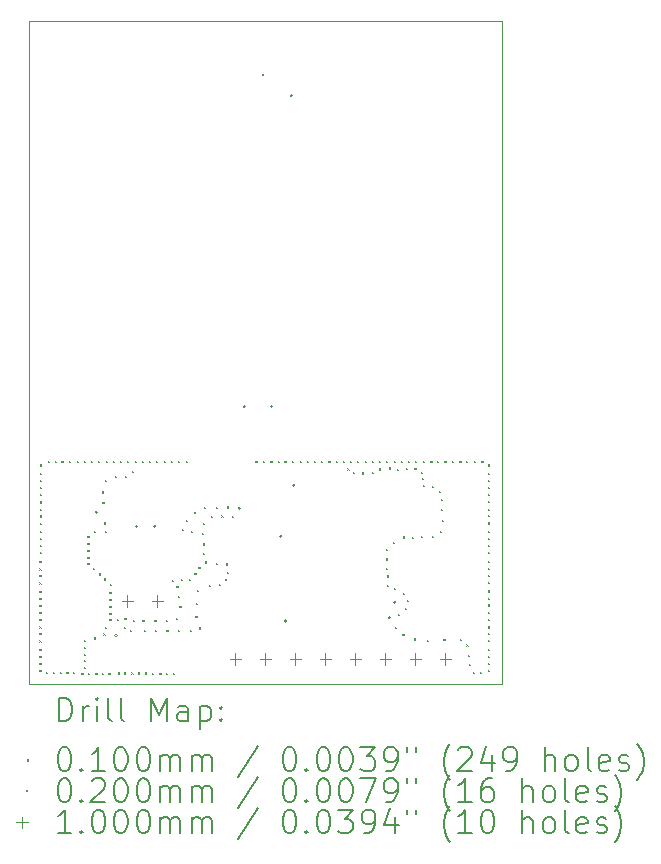
<source format=gbr>
%TF.GenerationSoftware,KiCad,Pcbnew,7.0.9*%
%TF.CreationDate,2024-04-20T19:07:23+02:00*%
%TF.ProjectId,NFC_Programmer,4e46435f-5072-46f6-9772-616d6d65722e,3.0*%
%TF.SameCoordinates,Original*%
%TF.FileFunction,Drillmap*%
%TF.FilePolarity,Positive*%
%FSLAX45Y45*%
G04 Gerber Fmt 4.5, Leading zero omitted, Abs format (unit mm)*
G04 Created by KiCad (PCBNEW 7.0.9) date 2024-04-20 19:07:23*
%MOMM*%
%LPD*%
G01*
G04 APERTURE LIST*
%ADD10C,0.100000*%
%ADD11C,0.200000*%
G04 APERTURE END LIST*
D10*
X16020000Y-11009000D02*
X15864000Y-11009000D01*
X12017000Y-11009000D01*
X12017000Y-5399000D01*
X16020000Y-5399000D01*
X16020000Y-11009000D01*
D11*
D10*
X12107000Y-10219000D02*
X12117000Y-10229000D01*
X12117000Y-10219000D02*
X12107000Y-10229000D01*
X12107000Y-10280000D02*
X12117000Y-10290000D01*
X12117000Y-10280000D02*
X12107000Y-10290000D01*
X12107000Y-10337000D02*
X12117000Y-10347000D01*
X12117000Y-10337000D02*
X12107000Y-10347000D01*
X12107000Y-10398000D02*
X12117000Y-10408000D01*
X12117000Y-10398000D02*
X12107000Y-10408000D01*
X12107000Y-10711000D02*
X12117000Y-10721000D01*
X12117000Y-10711000D02*
X12107000Y-10721000D01*
X12107000Y-10772000D02*
X12117000Y-10782000D01*
X12117000Y-10772000D02*
X12107000Y-10782000D01*
X12107000Y-10829000D02*
X12117000Y-10839000D01*
X12117000Y-10829000D02*
X12107000Y-10839000D01*
X12107000Y-10890000D02*
X12117000Y-10900000D01*
X12117000Y-10890000D02*
X12107000Y-10900000D01*
X12108000Y-9970000D02*
X12118000Y-9980000D01*
X12118000Y-9970000D02*
X12108000Y-9980000D01*
X12108000Y-10031000D02*
X12118000Y-10041000D01*
X12118000Y-10031000D02*
X12108000Y-10041000D01*
X12108000Y-10088000D02*
X12118000Y-10098000D01*
X12118000Y-10088000D02*
X12108000Y-10098000D01*
X12108000Y-10149000D02*
X12118000Y-10159000D01*
X12118000Y-10149000D02*
X12108000Y-10159000D01*
X12108000Y-10462000D02*
X12118000Y-10472000D01*
X12118000Y-10462000D02*
X12108000Y-10472000D01*
X12108000Y-10523000D02*
X12118000Y-10533000D01*
X12118000Y-10523000D02*
X12108000Y-10533000D01*
X12108000Y-10580000D02*
X12118000Y-10590000D01*
X12118000Y-10580000D02*
X12108000Y-10590000D01*
X12108000Y-10641000D02*
X12118000Y-10651000D01*
X12118000Y-10641000D02*
X12108000Y-10651000D01*
X12111000Y-9221000D02*
X12121000Y-9231000D01*
X12121000Y-9221000D02*
X12111000Y-9231000D01*
X12111000Y-9282000D02*
X12121000Y-9292000D01*
X12121000Y-9282000D02*
X12111000Y-9292000D01*
X12111000Y-9339000D02*
X12121000Y-9349000D01*
X12121000Y-9339000D02*
X12111000Y-9349000D01*
X12111000Y-9400000D02*
X12121000Y-9410000D01*
X12121000Y-9400000D02*
X12111000Y-9410000D01*
X12111000Y-9713000D02*
X12121000Y-9723000D01*
X12121000Y-9713000D02*
X12111000Y-9723000D01*
X12111000Y-9774000D02*
X12121000Y-9784000D01*
X12121000Y-9774000D02*
X12111000Y-9784000D01*
X12111000Y-9831000D02*
X12121000Y-9841000D01*
X12121000Y-9831000D02*
X12111000Y-9841000D01*
X12111000Y-9892000D02*
X12121000Y-9902000D01*
X12121000Y-9892000D02*
X12111000Y-9902000D01*
X12112000Y-9151000D02*
X12122000Y-9161000D01*
X12122000Y-9151000D02*
X12112000Y-9161000D01*
X12112000Y-9464000D02*
X12122000Y-9474000D01*
X12122000Y-9464000D02*
X12112000Y-9474000D01*
X12112000Y-9525000D02*
X12122000Y-9535000D01*
X12122000Y-9525000D02*
X12112000Y-9535000D01*
X12112000Y-9582000D02*
X12122000Y-9592000D01*
X12122000Y-9582000D02*
X12112000Y-9592000D01*
X12112000Y-9643000D02*
X12122000Y-9653000D01*
X12122000Y-9643000D02*
X12112000Y-9653000D01*
X12164000Y-10910000D02*
X12174000Y-10920000D01*
X12174000Y-10910000D02*
X12164000Y-10920000D01*
X12176000Y-9119000D02*
X12186000Y-9129000D01*
X12186000Y-9119000D02*
X12176000Y-9129000D01*
X12221000Y-10910000D02*
X12231000Y-10920000D01*
X12231000Y-10910000D02*
X12221000Y-10920000D01*
X12237000Y-9119000D02*
X12247000Y-9129000D01*
X12247000Y-9119000D02*
X12237000Y-9129000D01*
X12282000Y-10910000D02*
X12292000Y-10920000D01*
X12292000Y-10910000D02*
X12282000Y-10920000D01*
X12294000Y-9119000D02*
X12304000Y-9129000D01*
X12304000Y-9119000D02*
X12294000Y-9129000D01*
X12336000Y-10910000D02*
X12346000Y-10920000D01*
X12346000Y-10910000D02*
X12336000Y-10920000D01*
X12355000Y-9119000D02*
X12365000Y-9129000D01*
X12365000Y-9119000D02*
X12355000Y-9129000D01*
X12393000Y-10910000D02*
X12403000Y-10920000D01*
X12403000Y-10910000D02*
X12393000Y-10920000D01*
X12425000Y-9120000D02*
X12435000Y-9130000D01*
X12435000Y-9120000D02*
X12425000Y-9130000D01*
X12463000Y-10913000D02*
X12473000Y-10923000D01*
X12473000Y-10913000D02*
X12463000Y-10923000D01*
X12486000Y-9120000D02*
X12496000Y-9130000D01*
X12496000Y-9120000D02*
X12486000Y-9130000D01*
X12486000Y-10636000D02*
X12496000Y-10646000D01*
X12496000Y-10636000D02*
X12486000Y-10646000D01*
X12486000Y-10693000D02*
X12496000Y-10703000D01*
X12496000Y-10693000D02*
X12486000Y-10703000D01*
X12486000Y-10754000D02*
X12496000Y-10764000D01*
X12496000Y-10754000D02*
X12486000Y-10764000D01*
X12486000Y-10808000D02*
X12496000Y-10818000D01*
X12496000Y-10808000D02*
X12486000Y-10818000D01*
X12486000Y-10865000D02*
X12496000Y-10875000D01*
X12496000Y-10865000D02*
X12486000Y-10875000D01*
X12514000Y-9759000D02*
X12524000Y-9769000D01*
X12524000Y-9759000D02*
X12514000Y-9769000D01*
X12514000Y-9816000D02*
X12524000Y-9826000D01*
X12524000Y-9816000D02*
X12514000Y-9826000D01*
X12514000Y-9877000D02*
X12524000Y-9887000D01*
X12524000Y-9877000D02*
X12514000Y-9887000D01*
X12514000Y-9931000D02*
X12524000Y-9941000D01*
X12524000Y-9931000D02*
X12514000Y-9941000D01*
X12514000Y-9988000D02*
X12524000Y-9998000D01*
X12524000Y-9988000D02*
X12514000Y-9998000D01*
X12520000Y-10913000D02*
X12530000Y-10923000D01*
X12530000Y-10913000D02*
X12520000Y-10923000D01*
X12543000Y-9120000D02*
X12553000Y-9130000D01*
X12553000Y-9120000D02*
X12543000Y-9130000D01*
X12562000Y-10030000D02*
X12572000Y-10040000D01*
X12572000Y-10030000D02*
X12562000Y-10040000D01*
X12569000Y-9713000D02*
X12579000Y-9723000D01*
X12579000Y-9713000D02*
X12569000Y-9723000D01*
X12571000Y-10615000D02*
X12581000Y-10625000D01*
X12581000Y-10615000D02*
X12571000Y-10625000D01*
X12581000Y-10913000D02*
X12591000Y-10923000D01*
X12591000Y-10913000D02*
X12581000Y-10923000D01*
X12604000Y-9120000D02*
X12614000Y-9130000D01*
X12614000Y-9120000D02*
X12604000Y-9130000D01*
X12608000Y-10074000D02*
X12618000Y-10084000D01*
X12618000Y-10074000D02*
X12608000Y-10084000D01*
X12635000Y-10913000D02*
X12645000Y-10923000D01*
X12645000Y-10913000D02*
X12635000Y-10923000D01*
X12639000Y-9379000D02*
X12649000Y-9389000D01*
X12649000Y-9379000D02*
X12639000Y-9389000D01*
X12641000Y-9465000D02*
X12651000Y-9475000D01*
X12651000Y-9465000D02*
X12641000Y-9475000D01*
X12649000Y-10582000D02*
X12659000Y-10592000D01*
X12659000Y-10582000D02*
X12649000Y-10592000D01*
X12656000Y-9641000D02*
X12666000Y-9651000D01*
X12666000Y-9641000D02*
X12656000Y-9651000D01*
X12656000Y-10116000D02*
X12666000Y-10126000D01*
X12666000Y-10116000D02*
X12656000Y-10126000D01*
X12662000Y-9282000D02*
X12672000Y-9292000D01*
X12672000Y-9282000D02*
X12662000Y-9292000D01*
X12662000Y-9711000D02*
X12672000Y-9721000D01*
X12672000Y-9711000D02*
X12662000Y-9721000D01*
X12665000Y-10525000D02*
X12675000Y-10535000D01*
X12675000Y-10525000D02*
X12665000Y-10535000D01*
X12668000Y-9119000D02*
X12678000Y-9129000D01*
X12678000Y-9119000D02*
X12668000Y-9129000D01*
X12692000Y-10913000D02*
X12702000Y-10923000D01*
X12702000Y-10913000D02*
X12692000Y-10923000D01*
X12700000Y-10233000D02*
X12710000Y-10243000D01*
X12710000Y-10233000D02*
X12700000Y-10243000D01*
X12700000Y-10290000D02*
X12710000Y-10300000D01*
X12710000Y-10290000D02*
X12700000Y-10300000D01*
X12700000Y-10351000D02*
X12710000Y-10361000D01*
X12710000Y-10351000D02*
X12700000Y-10361000D01*
X12700000Y-10405000D02*
X12710000Y-10415000D01*
X12710000Y-10405000D02*
X12700000Y-10415000D01*
X12700000Y-10462000D02*
X12710000Y-10472000D01*
X12710000Y-10462000D02*
X12700000Y-10472000D01*
X12705000Y-10164000D02*
X12715000Y-10174000D01*
X12715000Y-10164000D02*
X12705000Y-10174000D01*
X12729000Y-9119000D02*
X12739000Y-9129000D01*
X12739000Y-9119000D02*
X12729000Y-9129000D01*
X12747000Y-9245000D02*
X12757000Y-9255000D01*
X12757000Y-9245000D02*
X12747000Y-9255000D01*
X12765000Y-10459000D02*
X12775000Y-10469000D01*
X12775000Y-10459000D02*
X12765000Y-10469000D01*
X12769000Y-10911000D02*
X12779000Y-10921000D01*
X12779000Y-10911000D02*
X12769000Y-10921000D01*
X12786000Y-9119000D02*
X12796000Y-9129000D01*
X12796000Y-9119000D02*
X12786000Y-9129000D01*
X12820000Y-10527000D02*
X12830000Y-10537000D01*
X12830000Y-10527000D02*
X12820000Y-10537000D01*
X12826000Y-10911000D02*
X12836000Y-10921000D01*
X12836000Y-10911000D02*
X12826000Y-10921000D01*
X12827000Y-10450000D02*
X12837000Y-10460000D01*
X12837000Y-10450000D02*
X12827000Y-10460000D01*
X12828000Y-9250000D02*
X12838000Y-9260000D01*
X12838000Y-9250000D02*
X12828000Y-9260000D01*
X12847000Y-9119000D02*
X12857000Y-9129000D01*
X12857000Y-9119000D02*
X12847000Y-9129000D01*
X12875000Y-10552000D02*
X12885000Y-10562000D01*
X12885000Y-10552000D02*
X12875000Y-10562000D01*
X12887000Y-10911000D02*
X12897000Y-10921000D01*
X12897000Y-10911000D02*
X12887000Y-10921000D01*
X12892000Y-9203000D02*
X12902000Y-9213000D01*
X12902000Y-9203000D02*
X12892000Y-9213000D01*
X12897000Y-10464000D02*
X12907000Y-10474000D01*
X12907000Y-10464000D02*
X12897000Y-10474000D01*
X12917000Y-9120000D02*
X12927000Y-9130000D01*
X12927000Y-9120000D02*
X12917000Y-9130000D01*
X12941000Y-10911000D02*
X12951000Y-10921000D01*
X12951000Y-10911000D02*
X12941000Y-10921000D01*
X12978000Y-9120000D02*
X12988000Y-9130000D01*
X12988000Y-9120000D02*
X12978000Y-9130000D01*
X12979000Y-10467000D02*
X12989000Y-10477000D01*
X12989000Y-10467000D02*
X12979000Y-10477000D01*
X12989000Y-10552000D02*
X12999000Y-10562000D01*
X12999000Y-10552000D02*
X12989000Y-10562000D01*
X12998000Y-10911000D02*
X13008000Y-10921000D01*
X13008000Y-10911000D02*
X12998000Y-10921000D01*
X13035000Y-9120000D02*
X13045000Y-9130000D01*
X13045000Y-9120000D02*
X13035000Y-9130000D01*
X13062000Y-10913000D02*
X13072000Y-10923000D01*
X13072000Y-10913000D02*
X13062000Y-10923000D01*
X13081000Y-10469000D02*
X13091000Y-10479000D01*
X13091000Y-10469000D02*
X13081000Y-10479000D01*
X13082000Y-10552000D02*
X13092000Y-10562000D01*
X13092000Y-10552000D02*
X13082000Y-10562000D01*
X13096000Y-9120000D02*
X13106000Y-9130000D01*
X13106000Y-9120000D02*
X13096000Y-9130000D01*
X13124000Y-10913000D02*
X13134000Y-10923000D01*
X13134000Y-10913000D02*
X13124000Y-10923000D01*
X13162000Y-9119000D02*
X13172000Y-9129000D01*
X13172000Y-9119000D02*
X13162000Y-9129000D01*
X13177000Y-10913000D02*
X13187000Y-10923000D01*
X13187000Y-10913000D02*
X13177000Y-10923000D01*
X13181000Y-10466000D02*
X13191000Y-10476000D01*
X13191000Y-10466000D02*
X13181000Y-10476000D01*
X13182000Y-10550000D02*
X13192000Y-10560000D01*
X13192000Y-10550000D02*
X13182000Y-10560000D01*
X13223000Y-9119000D02*
X13233000Y-9129000D01*
X13233000Y-9119000D02*
X13223000Y-9129000D01*
X13229000Y-10131000D02*
X13239000Y-10141000D01*
X13239000Y-10131000D02*
X13229000Y-10141000D01*
X13235000Y-10915000D02*
X13245000Y-10925000D01*
X13245000Y-10915000D02*
X13235000Y-10925000D01*
X13265000Y-10448000D02*
X13275000Y-10458000D01*
X13275000Y-10448000D02*
X13265000Y-10458000D01*
X13268000Y-10182000D02*
X13278000Y-10192000D01*
X13278000Y-10182000D02*
X13268000Y-10192000D01*
X13277000Y-10550000D02*
X13287000Y-10560000D01*
X13287000Y-10550000D02*
X13277000Y-10560000D01*
X13280000Y-9119000D02*
X13290000Y-9129000D01*
X13290000Y-9119000D02*
X13280000Y-9129000D01*
X13282000Y-10263000D02*
X13292000Y-10273000D01*
X13292000Y-10263000D02*
X13282000Y-10273000D01*
X13292000Y-10351000D02*
X13302000Y-10361000D01*
X13302000Y-10351000D02*
X13292000Y-10361000D01*
X13308000Y-10121000D02*
X13318000Y-10131000D01*
X13318000Y-10121000D02*
X13308000Y-10131000D01*
X13316000Y-9694000D02*
X13326000Y-9704000D01*
X13326000Y-9694000D02*
X13316000Y-9704000D01*
X13348000Y-9623000D02*
X13358000Y-9633000D01*
X13358000Y-9623000D02*
X13348000Y-9633000D01*
X13349000Y-9119000D02*
X13359000Y-9129000D01*
X13359000Y-9119000D02*
X13349000Y-9129000D01*
X13374000Y-10119000D02*
X13384000Y-10129000D01*
X13384000Y-10119000D02*
X13374000Y-10129000D01*
X13379000Y-10549000D02*
X13389000Y-10559000D01*
X13389000Y-10549000D02*
X13379000Y-10559000D01*
X13393000Y-9714000D02*
X13403000Y-9724000D01*
X13403000Y-9714000D02*
X13393000Y-9724000D01*
X13420000Y-10072000D02*
X13430000Y-10082000D01*
X13430000Y-10072000D02*
X13420000Y-10082000D01*
X13428000Y-10432000D02*
X13438000Y-10442000D01*
X13438000Y-10432000D02*
X13428000Y-10442000D01*
X13430000Y-10322000D02*
X13440000Y-10332000D01*
X13440000Y-10322000D02*
X13430000Y-10332000D01*
X13440000Y-10215000D02*
X13450000Y-10225000D01*
X13450000Y-10215000D02*
X13440000Y-10225000D01*
X13454000Y-10019000D02*
X13464000Y-10029000D01*
X13464000Y-10019000D02*
X13454000Y-10029000D01*
X13460000Y-10531000D02*
X13470000Y-10541000D01*
X13470000Y-10531000D02*
X13460000Y-10541000D01*
X13484000Y-9728000D02*
X13494000Y-9738000D01*
X13494000Y-9728000D02*
X13484000Y-9738000D01*
X13490000Y-9643000D02*
X13500000Y-9653000D01*
X13500000Y-9643000D02*
X13490000Y-9653000D01*
X13490000Y-9819000D02*
X13500000Y-9829000D01*
X13500000Y-9819000D02*
X13490000Y-9829000D01*
X13491000Y-9900000D02*
X13501000Y-9910000D01*
X13501000Y-9900000D02*
X13491000Y-9910000D01*
X13502789Y-9512435D02*
X13512789Y-9522435D01*
X13512789Y-9512435D02*
X13502789Y-9522435D01*
X13507000Y-9972000D02*
X13517000Y-9982000D01*
X13517000Y-9972000D02*
X13507000Y-9982000D01*
X13540000Y-10174000D02*
X13550000Y-10184000D01*
X13550000Y-10174000D02*
X13540000Y-10184000D01*
X13557000Y-9584000D02*
X13567000Y-9594000D01*
X13567000Y-9584000D02*
X13557000Y-9594000D01*
X13605000Y-9509000D02*
X13615000Y-9519000D01*
X13615000Y-9509000D02*
X13605000Y-9519000D01*
X13605000Y-9987000D02*
X13615000Y-9997000D01*
X13615000Y-9987000D02*
X13605000Y-9997000D01*
X13629000Y-10163000D02*
X13639000Y-10173000D01*
X13639000Y-10163000D02*
X13629000Y-10173000D01*
X13649000Y-9582000D02*
X13659000Y-9592000D01*
X13659000Y-9582000D02*
X13649000Y-9592000D01*
X13686000Y-9989000D02*
X13696000Y-9999000D01*
X13696000Y-9989000D02*
X13686000Y-9999000D01*
X13693000Y-9506000D02*
X13703000Y-9516000D01*
X13703000Y-9506000D02*
X13693000Y-9516000D01*
X13695000Y-10060000D02*
X13705000Y-10070000D01*
X13705000Y-10060000D02*
X13695000Y-10070000D01*
X13740000Y-9588000D02*
X13750000Y-9598000D01*
X13750000Y-9588000D02*
X13740000Y-9598000D01*
X13936000Y-9124000D02*
X13946000Y-9134000D01*
X13946000Y-9124000D02*
X13936000Y-9134000D01*
X13997000Y-9124000D02*
X14007000Y-9134000D01*
X14007000Y-9124000D02*
X13997000Y-9134000D01*
X14063000Y-9123000D02*
X14073000Y-9133000D01*
X14073000Y-9123000D02*
X14063000Y-9133000D01*
X14124000Y-9123000D02*
X14134000Y-9133000D01*
X14134000Y-9123000D02*
X14124000Y-9133000D01*
X14181000Y-9123000D02*
X14191000Y-9133000D01*
X14191000Y-9123000D02*
X14181000Y-9133000D01*
X14242000Y-9123000D02*
X14252000Y-9133000D01*
X14252000Y-9123000D02*
X14242000Y-9133000D01*
X14312000Y-9124000D02*
X14322000Y-9134000D01*
X14322000Y-9124000D02*
X14312000Y-9134000D01*
X14373000Y-9124000D02*
X14383000Y-9134000D01*
X14383000Y-9124000D02*
X14373000Y-9134000D01*
X14430000Y-9124000D02*
X14440000Y-9134000D01*
X14440000Y-9124000D02*
X14430000Y-9134000D01*
X14491000Y-9124000D02*
X14501000Y-9134000D01*
X14501000Y-9124000D02*
X14491000Y-9134000D01*
X14555000Y-9123000D02*
X14565000Y-9133000D01*
X14565000Y-9123000D02*
X14555000Y-9133000D01*
X14616000Y-9123000D02*
X14626000Y-9133000D01*
X14626000Y-9123000D02*
X14616000Y-9133000D01*
X14677000Y-9123000D02*
X14687000Y-9133000D01*
X14687000Y-9123000D02*
X14677000Y-9133000D01*
X14715000Y-9185000D02*
X14725000Y-9195000D01*
X14725000Y-9185000D02*
X14715000Y-9195000D01*
X14734000Y-9123000D02*
X14744000Y-9133000D01*
X14744000Y-9123000D02*
X14734000Y-9133000D01*
X14765110Y-9217195D02*
X14775110Y-9227195D01*
X14775110Y-9217195D02*
X14765110Y-9227195D01*
X14795000Y-9123000D02*
X14805000Y-9133000D01*
X14805000Y-9123000D02*
X14795000Y-9133000D01*
X14839000Y-9218000D02*
X14849000Y-9228000D01*
X14849000Y-9218000D02*
X14839000Y-9228000D01*
X14865000Y-9124000D02*
X14875000Y-9134000D01*
X14875000Y-9124000D02*
X14865000Y-9134000D01*
X14923000Y-9217000D02*
X14933000Y-9227000D01*
X14933000Y-9217000D02*
X14923000Y-9227000D01*
X14926000Y-9124000D02*
X14936000Y-9134000D01*
X14936000Y-9124000D02*
X14926000Y-9134000D01*
X14983000Y-9124000D02*
X14993000Y-9134000D01*
X14993000Y-9124000D02*
X14983000Y-9134000D01*
X14983000Y-9184000D02*
X14993000Y-9194000D01*
X14993000Y-9184000D02*
X14983000Y-9194000D01*
X15041000Y-10025000D02*
X15051000Y-10035000D01*
X15051000Y-10025000D02*
X15041000Y-10035000D01*
X15042000Y-9863000D02*
X15052000Y-9873000D01*
X15052000Y-9863000D02*
X15042000Y-9873000D01*
X15043000Y-9946000D02*
X15053000Y-9956000D01*
X15053000Y-9946000D02*
X15043000Y-9956000D01*
X15044000Y-9124000D02*
X15054000Y-9134000D01*
X15054000Y-9124000D02*
X15044000Y-9134000D01*
X15048000Y-10091000D02*
X15058000Y-10101000D01*
X15058000Y-10091000D02*
X15048000Y-10101000D01*
X15052000Y-10170000D02*
X15062000Y-10180000D01*
X15062000Y-10170000D02*
X15052000Y-10180000D01*
X15064000Y-9176000D02*
X15074000Y-9186000D01*
X15074000Y-9176000D02*
X15064000Y-9186000D01*
X15102000Y-9806000D02*
X15112000Y-9816000D01*
X15112000Y-9806000D02*
X15102000Y-9816000D01*
X15107446Y-10196020D02*
X15117446Y-10206020D01*
X15117446Y-10196020D02*
X15107446Y-10206020D01*
X15108000Y-9123000D02*
X15118000Y-9133000D01*
X15118000Y-9123000D02*
X15108000Y-9133000D01*
X15119000Y-10525000D02*
X15129000Y-10535000D01*
X15129000Y-10525000D02*
X15119000Y-10535000D01*
X15131434Y-9192000D02*
X15141434Y-9202000D01*
X15141434Y-9192000D02*
X15131434Y-9202000D01*
X15141000Y-10417000D02*
X15151000Y-10427000D01*
X15151000Y-10417000D02*
X15141000Y-10427000D01*
X15169000Y-9123000D02*
X15179000Y-9133000D01*
X15179000Y-9123000D02*
X15169000Y-9133000D01*
X15181000Y-10588000D02*
X15191000Y-10598000D01*
X15191000Y-10588000D02*
X15181000Y-10598000D01*
X15184000Y-9760000D02*
X15194000Y-9770000D01*
X15194000Y-9760000D02*
X15184000Y-9770000D01*
X15186761Y-10236155D02*
X15196761Y-10246155D01*
X15196761Y-10236155D02*
X15186761Y-10246155D01*
X15201000Y-10369000D02*
X15211000Y-10379000D01*
X15211000Y-10369000D02*
X15201000Y-10379000D01*
X15212000Y-9177000D02*
X15222000Y-9187000D01*
X15222000Y-9177000D02*
X15212000Y-9187000D01*
X15217000Y-10297000D02*
X15227000Y-10307000D01*
X15227000Y-10297000D02*
X15217000Y-10307000D01*
X15226000Y-9123000D02*
X15236000Y-9133000D01*
X15236000Y-9123000D02*
X15226000Y-9133000D01*
X15261000Y-9762000D02*
X15271000Y-9772000D01*
X15271000Y-9762000D02*
X15261000Y-9772000D01*
X15280000Y-10624000D02*
X15290000Y-10634000D01*
X15290000Y-10624000D02*
X15280000Y-10634000D01*
X15282000Y-9182000D02*
X15292000Y-9192000D01*
X15292000Y-9182000D02*
X15282000Y-9192000D01*
X15287000Y-9123000D02*
X15297000Y-9133000D01*
X15297000Y-9123000D02*
X15287000Y-9133000D01*
X15337000Y-9214000D02*
X15347000Y-9224000D01*
X15347000Y-9214000D02*
X15337000Y-9224000D01*
X15340000Y-9759000D02*
X15350000Y-9769000D01*
X15350000Y-9759000D02*
X15340000Y-9769000D01*
X15349000Y-9268000D02*
X15359000Y-9278000D01*
X15359000Y-9268000D02*
X15349000Y-9278000D01*
X15356000Y-9321000D02*
X15366000Y-9331000D01*
X15366000Y-9321000D02*
X15356000Y-9331000D01*
X15357000Y-9124000D02*
X15367000Y-9134000D01*
X15367000Y-9124000D02*
X15357000Y-9134000D01*
X15391000Y-10637000D02*
X15401000Y-10647000D01*
X15401000Y-10637000D02*
X15391000Y-10647000D01*
X15418000Y-9124000D02*
X15428000Y-9134000D01*
X15428000Y-9124000D02*
X15418000Y-9134000D01*
X15432000Y-9753000D02*
X15442000Y-9763000D01*
X15442000Y-9753000D02*
X15432000Y-9763000D01*
X15434000Y-9332000D02*
X15444000Y-9342000D01*
X15444000Y-9332000D02*
X15434000Y-9342000D01*
X15475000Y-9124000D02*
X15485000Y-9134000D01*
X15485000Y-9124000D02*
X15475000Y-9134000D01*
X15491000Y-9373000D02*
X15501000Y-9383000D01*
X15501000Y-9373000D02*
X15491000Y-9383000D01*
X15500000Y-9717000D02*
X15510000Y-9727000D01*
X15510000Y-9717000D02*
X15500000Y-9727000D01*
X15508000Y-9440000D02*
X15518000Y-9450000D01*
X15518000Y-9440000D02*
X15508000Y-9450000D01*
X15508000Y-9524000D02*
X15518000Y-9534000D01*
X15518000Y-9524000D02*
X15508000Y-9534000D01*
X15516000Y-9621000D02*
X15526000Y-9631000D01*
X15526000Y-9621000D02*
X15516000Y-9631000D01*
X15528000Y-10627000D02*
X15538000Y-10637000D01*
X15538000Y-10627000D02*
X15528000Y-10637000D01*
X15536000Y-9124000D02*
X15546000Y-9134000D01*
X15546000Y-9124000D02*
X15536000Y-9134000D01*
X15602000Y-9123000D02*
X15612000Y-9133000D01*
X15612000Y-9123000D02*
X15602000Y-9133000D01*
X15663000Y-9123000D02*
X15673000Y-9133000D01*
X15673000Y-9123000D02*
X15663000Y-9133000D01*
X15666593Y-10628634D02*
X15676593Y-10638634D01*
X15676593Y-10628634D02*
X15666593Y-10638634D01*
X15720000Y-9123000D02*
X15730000Y-9133000D01*
X15730000Y-9123000D02*
X15720000Y-9133000D01*
X15722000Y-10675000D02*
X15732000Y-10685000D01*
X15732000Y-10675000D02*
X15722000Y-10685000D01*
X15738000Y-10765000D02*
X15748000Y-10775000D01*
X15748000Y-10765000D02*
X15738000Y-10775000D01*
X15747000Y-10837000D02*
X15757000Y-10847000D01*
X15757000Y-10837000D02*
X15747000Y-10847000D01*
X15777000Y-10910000D02*
X15787000Y-10920000D01*
X15787000Y-10910000D02*
X15777000Y-10920000D01*
X15789000Y-9123000D02*
X15799000Y-9133000D01*
X15799000Y-9123000D02*
X15789000Y-9133000D01*
X15834000Y-10910000D02*
X15844000Y-10920000D01*
X15844000Y-10910000D02*
X15834000Y-10920000D01*
X15850000Y-9123000D02*
X15860000Y-9133000D01*
X15860000Y-9123000D02*
X15850000Y-9133000D01*
X15903000Y-10218000D02*
X15913000Y-10228000D01*
X15913000Y-10218000D02*
X15903000Y-10228000D01*
X15903000Y-10279000D02*
X15913000Y-10289000D01*
X15913000Y-10279000D02*
X15903000Y-10289000D01*
X15903000Y-10336000D02*
X15913000Y-10346000D01*
X15913000Y-10336000D02*
X15903000Y-10346000D01*
X15903000Y-10397000D02*
X15913000Y-10407000D01*
X15913000Y-10397000D02*
X15903000Y-10407000D01*
X15903000Y-10710000D02*
X15913000Y-10720000D01*
X15913000Y-10710000D02*
X15903000Y-10720000D01*
X15903000Y-10771000D02*
X15913000Y-10781000D01*
X15913000Y-10771000D02*
X15903000Y-10781000D01*
X15903000Y-10828000D02*
X15913000Y-10838000D01*
X15913000Y-10828000D02*
X15903000Y-10838000D01*
X15903000Y-10889000D02*
X15913000Y-10899000D01*
X15913000Y-10889000D02*
X15903000Y-10899000D01*
X15904000Y-9969000D02*
X15914000Y-9979000D01*
X15914000Y-9969000D02*
X15904000Y-9979000D01*
X15904000Y-10030000D02*
X15914000Y-10040000D01*
X15914000Y-10030000D02*
X15904000Y-10040000D01*
X15904000Y-10087000D02*
X15914000Y-10097000D01*
X15914000Y-10087000D02*
X15904000Y-10097000D01*
X15904000Y-10148000D02*
X15914000Y-10158000D01*
X15914000Y-10148000D02*
X15904000Y-10158000D01*
X15904000Y-10461000D02*
X15914000Y-10471000D01*
X15914000Y-10461000D02*
X15904000Y-10471000D01*
X15904000Y-10522000D02*
X15914000Y-10532000D01*
X15914000Y-10522000D02*
X15904000Y-10532000D01*
X15904000Y-10579000D02*
X15914000Y-10589000D01*
X15914000Y-10579000D02*
X15904000Y-10589000D01*
X15904000Y-10640000D02*
X15914000Y-10650000D01*
X15914000Y-10640000D02*
X15904000Y-10650000D01*
X15907000Y-9220000D02*
X15917000Y-9230000D01*
X15917000Y-9220000D02*
X15907000Y-9230000D01*
X15907000Y-9281000D02*
X15917000Y-9291000D01*
X15917000Y-9281000D02*
X15907000Y-9291000D01*
X15907000Y-9338000D02*
X15917000Y-9348000D01*
X15917000Y-9338000D02*
X15907000Y-9348000D01*
X15907000Y-9399000D02*
X15917000Y-9409000D01*
X15917000Y-9399000D02*
X15907000Y-9409000D01*
X15907000Y-9712000D02*
X15917000Y-9722000D01*
X15917000Y-9712000D02*
X15907000Y-9722000D01*
X15907000Y-9773000D02*
X15917000Y-9783000D01*
X15917000Y-9773000D02*
X15907000Y-9783000D01*
X15907000Y-9830000D02*
X15917000Y-9840000D01*
X15917000Y-9830000D02*
X15907000Y-9840000D01*
X15907000Y-9891000D02*
X15917000Y-9901000D01*
X15917000Y-9891000D02*
X15907000Y-9901000D01*
X15908000Y-9150000D02*
X15918000Y-9160000D01*
X15918000Y-9150000D02*
X15908000Y-9160000D01*
X15908000Y-9463000D02*
X15918000Y-9473000D01*
X15918000Y-9463000D02*
X15908000Y-9473000D01*
X15908000Y-9524000D02*
X15918000Y-9534000D01*
X15918000Y-9524000D02*
X15908000Y-9534000D01*
X15908000Y-9581000D02*
X15918000Y-9591000D01*
X15918000Y-9581000D02*
X15908000Y-9591000D01*
X15908000Y-9642000D02*
X15918000Y-9652000D01*
X15918000Y-9642000D02*
X15908000Y-9652000D01*
X12597000Y-9556000D02*
G75*
G03*
X12597000Y-9556000I-10000J0D01*
G01*
X12765000Y-10599000D02*
G75*
G03*
X12765000Y-10599000I-10000J0D01*
G01*
X12938000Y-9677000D02*
G75*
G03*
X12938000Y-9677000I-10000J0D01*
G01*
X13095000Y-9674000D02*
G75*
G03*
X13095000Y-9674000I-10000J0D01*
G01*
X13435158Y-9560158D02*
G75*
G03*
X13435158Y-9560158I-10000J0D01*
G01*
X13697000Y-10130000D02*
G75*
G03*
X13697000Y-10130000I-10000J0D01*
G01*
X13809000Y-9523000D02*
G75*
G03*
X13809000Y-9523000I-10000J0D01*
G01*
X13850000Y-8662000D02*
G75*
G03*
X13850000Y-8662000I-10000J0D01*
G01*
X14011000Y-5855000D02*
G75*
G03*
X14011000Y-5855000I-10000J0D01*
G01*
X14082000Y-8662000D02*
G75*
G03*
X14082000Y-8662000I-10000J0D01*
G01*
X14160000Y-9757000D02*
G75*
G03*
X14160000Y-9757000I-10000J0D01*
G01*
X14201000Y-10476000D02*
G75*
G03*
X14201000Y-10476000I-10000J0D01*
G01*
X14248000Y-6029000D02*
G75*
G03*
X14248000Y-6029000I-10000J0D01*
G01*
X14272000Y-9328000D02*
G75*
G03*
X14272000Y-9328000I-10000J0D01*
G01*
X15080000Y-10448000D02*
G75*
G03*
X15080000Y-10448000I-10000J0D01*
G01*
X15126000Y-10318000D02*
G75*
G03*
X15126000Y-10318000I-10000J0D01*
G01*
X12853000Y-10256000D02*
X12853000Y-10356000D01*
X12803000Y-10306000D02*
X12903000Y-10306000D01*
X13107000Y-10256000D02*
X13107000Y-10356000D01*
X13057000Y-10306000D02*
X13157000Y-10306000D01*
X13767000Y-10750000D02*
X13767000Y-10850000D01*
X13717000Y-10800000D02*
X13817000Y-10800000D01*
X14021000Y-10750000D02*
X14021000Y-10850000D01*
X13971000Y-10800000D02*
X14071000Y-10800000D01*
X14275000Y-10750000D02*
X14275000Y-10850000D01*
X14225000Y-10800000D02*
X14325000Y-10800000D01*
X14529000Y-10750000D02*
X14529000Y-10850000D01*
X14479000Y-10800000D02*
X14579000Y-10800000D01*
X14783000Y-10750000D02*
X14783000Y-10850000D01*
X14733000Y-10800000D02*
X14833000Y-10800000D01*
X15037000Y-10750000D02*
X15037000Y-10850000D01*
X14987000Y-10800000D02*
X15087000Y-10800000D01*
X15291000Y-10750000D02*
X15291000Y-10850000D01*
X15241000Y-10800000D02*
X15341000Y-10800000D01*
X15545000Y-10750000D02*
X15545000Y-10850000D01*
X15495000Y-10800000D02*
X15595000Y-10800000D01*
D11*
X12272777Y-11325484D02*
X12272777Y-11125484D01*
X12272777Y-11125484D02*
X12320396Y-11125484D01*
X12320396Y-11125484D02*
X12348967Y-11135008D01*
X12348967Y-11135008D02*
X12368015Y-11154055D01*
X12368015Y-11154055D02*
X12377539Y-11173103D01*
X12377539Y-11173103D02*
X12387062Y-11211198D01*
X12387062Y-11211198D02*
X12387062Y-11239769D01*
X12387062Y-11239769D02*
X12377539Y-11277865D01*
X12377539Y-11277865D02*
X12368015Y-11296912D01*
X12368015Y-11296912D02*
X12348967Y-11315960D01*
X12348967Y-11315960D02*
X12320396Y-11325484D01*
X12320396Y-11325484D02*
X12272777Y-11325484D01*
X12472777Y-11325484D02*
X12472777Y-11192150D01*
X12472777Y-11230246D02*
X12482301Y-11211198D01*
X12482301Y-11211198D02*
X12491824Y-11201674D01*
X12491824Y-11201674D02*
X12510872Y-11192150D01*
X12510872Y-11192150D02*
X12529920Y-11192150D01*
X12596586Y-11325484D02*
X12596586Y-11192150D01*
X12596586Y-11125484D02*
X12587062Y-11135008D01*
X12587062Y-11135008D02*
X12596586Y-11144531D01*
X12596586Y-11144531D02*
X12606110Y-11135008D01*
X12606110Y-11135008D02*
X12596586Y-11125484D01*
X12596586Y-11125484D02*
X12596586Y-11144531D01*
X12720396Y-11325484D02*
X12701348Y-11315960D01*
X12701348Y-11315960D02*
X12691824Y-11296912D01*
X12691824Y-11296912D02*
X12691824Y-11125484D01*
X12825158Y-11325484D02*
X12806110Y-11315960D01*
X12806110Y-11315960D02*
X12796586Y-11296912D01*
X12796586Y-11296912D02*
X12796586Y-11125484D01*
X13053729Y-11325484D02*
X13053729Y-11125484D01*
X13053729Y-11125484D02*
X13120396Y-11268341D01*
X13120396Y-11268341D02*
X13187062Y-11125484D01*
X13187062Y-11125484D02*
X13187062Y-11325484D01*
X13368015Y-11325484D02*
X13368015Y-11220722D01*
X13368015Y-11220722D02*
X13358491Y-11201674D01*
X13358491Y-11201674D02*
X13339443Y-11192150D01*
X13339443Y-11192150D02*
X13301348Y-11192150D01*
X13301348Y-11192150D02*
X13282301Y-11201674D01*
X13368015Y-11315960D02*
X13348967Y-11325484D01*
X13348967Y-11325484D02*
X13301348Y-11325484D01*
X13301348Y-11325484D02*
X13282301Y-11315960D01*
X13282301Y-11315960D02*
X13272777Y-11296912D01*
X13272777Y-11296912D02*
X13272777Y-11277865D01*
X13272777Y-11277865D02*
X13282301Y-11258817D01*
X13282301Y-11258817D02*
X13301348Y-11249293D01*
X13301348Y-11249293D02*
X13348967Y-11249293D01*
X13348967Y-11249293D02*
X13368015Y-11239769D01*
X13463253Y-11192150D02*
X13463253Y-11392150D01*
X13463253Y-11201674D02*
X13482301Y-11192150D01*
X13482301Y-11192150D02*
X13520396Y-11192150D01*
X13520396Y-11192150D02*
X13539443Y-11201674D01*
X13539443Y-11201674D02*
X13548967Y-11211198D01*
X13548967Y-11211198D02*
X13558491Y-11230246D01*
X13558491Y-11230246D02*
X13558491Y-11287388D01*
X13558491Y-11287388D02*
X13548967Y-11306436D01*
X13548967Y-11306436D02*
X13539443Y-11315960D01*
X13539443Y-11315960D02*
X13520396Y-11325484D01*
X13520396Y-11325484D02*
X13482301Y-11325484D01*
X13482301Y-11325484D02*
X13463253Y-11315960D01*
X13644205Y-11306436D02*
X13653729Y-11315960D01*
X13653729Y-11315960D02*
X13644205Y-11325484D01*
X13644205Y-11325484D02*
X13634682Y-11315960D01*
X13634682Y-11315960D02*
X13644205Y-11306436D01*
X13644205Y-11306436D02*
X13644205Y-11325484D01*
X13644205Y-11201674D02*
X13653729Y-11211198D01*
X13653729Y-11211198D02*
X13644205Y-11220722D01*
X13644205Y-11220722D02*
X13634682Y-11211198D01*
X13634682Y-11211198D02*
X13644205Y-11201674D01*
X13644205Y-11201674D02*
X13644205Y-11220722D01*
D10*
X12002000Y-11649000D02*
X12012000Y-11659000D01*
X12012000Y-11649000D02*
X12002000Y-11659000D01*
D11*
X12310872Y-11545484D02*
X12329920Y-11545484D01*
X12329920Y-11545484D02*
X12348967Y-11555008D01*
X12348967Y-11555008D02*
X12358491Y-11564531D01*
X12358491Y-11564531D02*
X12368015Y-11583579D01*
X12368015Y-11583579D02*
X12377539Y-11621674D01*
X12377539Y-11621674D02*
X12377539Y-11669293D01*
X12377539Y-11669293D02*
X12368015Y-11707388D01*
X12368015Y-11707388D02*
X12358491Y-11726436D01*
X12358491Y-11726436D02*
X12348967Y-11735960D01*
X12348967Y-11735960D02*
X12329920Y-11745484D01*
X12329920Y-11745484D02*
X12310872Y-11745484D01*
X12310872Y-11745484D02*
X12291824Y-11735960D01*
X12291824Y-11735960D02*
X12282301Y-11726436D01*
X12282301Y-11726436D02*
X12272777Y-11707388D01*
X12272777Y-11707388D02*
X12263253Y-11669293D01*
X12263253Y-11669293D02*
X12263253Y-11621674D01*
X12263253Y-11621674D02*
X12272777Y-11583579D01*
X12272777Y-11583579D02*
X12282301Y-11564531D01*
X12282301Y-11564531D02*
X12291824Y-11555008D01*
X12291824Y-11555008D02*
X12310872Y-11545484D01*
X12463253Y-11726436D02*
X12472777Y-11735960D01*
X12472777Y-11735960D02*
X12463253Y-11745484D01*
X12463253Y-11745484D02*
X12453729Y-11735960D01*
X12453729Y-11735960D02*
X12463253Y-11726436D01*
X12463253Y-11726436D02*
X12463253Y-11745484D01*
X12663253Y-11745484D02*
X12548967Y-11745484D01*
X12606110Y-11745484D02*
X12606110Y-11545484D01*
X12606110Y-11545484D02*
X12587062Y-11574055D01*
X12587062Y-11574055D02*
X12568015Y-11593103D01*
X12568015Y-11593103D02*
X12548967Y-11602627D01*
X12787062Y-11545484D02*
X12806110Y-11545484D01*
X12806110Y-11545484D02*
X12825158Y-11555008D01*
X12825158Y-11555008D02*
X12834682Y-11564531D01*
X12834682Y-11564531D02*
X12844205Y-11583579D01*
X12844205Y-11583579D02*
X12853729Y-11621674D01*
X12853729Y-11621674D02*
X12853729Y-11669293D01*
X12853729Y-11669293D02*
X12844205Y-11707388D01*
X12844205Y-11707388D02*
X12834682Y-11726436D01*
X12834682Y-11726436D02*
X12825158Y-11735960D01*
X12825158Y-11735960D02*
X12806110Y-11745484D01*
X12806110Y-11745484D02*
X12787062Y-11745484D01*
X12787062Y-11745484D02*
X12768015Y-11735960D01*
X12768015Y-11735960D02*
X12758491Y-11726436D01*
X12758491Y-11726436D02*
X12748967Y-11707388D01*
X12748967Y-11707388D02*
X12739443Y-11669293D01*
X12739443Y-11669293D02*
X12739443Y-11621674D01*
X12739443Y-11621674D02*
X12748967Y-11583579D01*
X12748967Y-11583579D02*
X12758491Y-11564531D01*
X12758491Y-11564531D02*
X12768015Y-11555008D01*
X12768015Y-11555008D02*
X12787062Y-11545484D01*
X12977539Y-11545484D02*
X12996586Y-11545484D01*
X12996586Y-11545484D02*
X13015634Y-11555008D01*
X13015634Y-11555008D02*
X13025158Y-11564531D01*
X13025158Y-11564531D02*
X13034682Y-11583579D01*
X13034682Y-11583579D02*
X13044205Y-11621674D01*
X13044205Y-11621674D02*
X13044205Y-11669293D01*
X13044205Y-11669293D02*
X13034682Y-11707388D01*
X13034682Y-11707388D02*
X13025158Y-11726436D01*
X13025158Y-11726436D02*
X13015634Y-11735960D01*
X13015634Y-11735960D02*
X12996586Y-11745484D01*
X12996586Y-11745484D02*
X12977539Y-11745484D01*
X12977539Y-11745484D02*
X12958491Y-11735960D01*
X12958491Y-11735960D02*
X12948967Y-11726436D01*
X12948967Y-11726436D02*
X12939443Y-11707388D01*
X12939443Y-11707388D02*
X12929920Y-11669293D01*
X12929920Y-11669293D02*
X12929920Y-11621674D01*
X12929920Y-11621674D02*
X12939443Y-11583579D01*
X12939443Y-11583579D02*
X12948967Y-11564531D01*
X12948967Y-11564531D02*
X12958491Y-11555008D01*
X12958491Y-11555008D02*
X12977539Y-11545484D01*
X13129920Y-11745484D02*
X13129920Y-11612150D01*
X13129920Y-11631198D02*
X13139443Y-11621674D01*
X13139443Y-11621674D02*
X13158491Y-11612150D01*
X13158491Y-11612150D02*
X13187063Y-11612150D01*
X13187063Y-11612150D02*
X13206110Y-11621674D01*
X13206110Y-11621674D02*
X13215634Y-11640722D01*
X13215634Y-11640722D02*
X13215634Y-11745484D01*
X13215634Y-11640722D02*
X13225158Y-11621674D01*
X13225158Y-11621674D02*
X13244205Y-11612150D01*
X13244205Y-11612150D02*
X13272777Y-11612150D01*
X13272777Y-11612150D02*
X13291824Y-11621674D01*
X13291824Y-11621674D02*
X13301348Y-11640722D01*
X13301348Y-11640722D02*
X13301348Y-11745484D01*
X13396586Y-11745484D02*
X13396586Y-11612150D01*
X13396586Y-11631198D02*
X13406110Y-11621674D01*
X13406110Y-11621674D02*
X13425158Y-11612150D01*
X13425158Y-11612150D02*
X13453729Y-11612150D01*
X13453729Y-11612150D02*
X13472777Y-11621674D01*
X13472777Y-11621674D02*
X13482301Y-11640722D01*
X13482301Y-11640722D02*
X13482301Y-11745484D01*
X13482301Y-11640722D02*
X13491824Y-11621674D01*
X13491824Y-11621674D02*
X13510872Y-11612150D01*
X13510872Y-11612150D02*
X13539443Y-11612150D01*
X13539443Y-11612150D02*
X13558491Y-11621674D01*
X13558491Y-11621674D02*
X13568015Y-11640722D01*
X13568015Y-11640722D02*
X13568015Y-11745484D01*
X13958491Y-11535960D02*
X13787063Y-11793103D01*
X14215634Y-11545484D02*
X14234682Y-11545484D01*
X14234682Y-11545484D02*
X14253729Y-11555008D01*
X14253729Y-11555008D02*
X14263253Y-11564531D01*
X14263253Y-11564531D02*
X14272777Y-11583579D01*
X14272777Y-11583579D02*
X14282301Y-11621674D01*
X14282301Y-11621674D02*
X14282301Y-11669293D01*
X14282301Y-11669293D02*
X14272777Y-11707388D01*
X14272777Y-11707388D02*
X14263253Y-11726436D01*
X14263253Y-11726436D02*
X14253729Y-11735960D01*
X14253729Y-11735960D02*
X14234682Y-11745484D01*
X14234682Y-11745484D02*
X14215634Y-11745484D01*
X14215634Y-11745484D02*
X14196586Y-11735960D01*
X14196586Y-11735960D02*
X14187063Y-11726436D01*
X14187063Y-11726436D02*
X14177539Y-11707388D01*
X14177539Y-11707388D02*
X14168015Y-11669293D01*
X14168015Y-11669293D02*
X14168015Y-11621674D01*
X14168015Y-11621674D02*
X14177539Y-11583579D01*
X14177539Y-11583579D02*
X14187063Y-11564531D01*
X14187063Y-11564531D02*
X14196586Y-11555008D01*
X14196586Y-11555008D02*
X14215634Y-11545484D01*
X14368015Y-11726436D02*
X14377539Y-11735960D01*
X14377539Y-11735960D02*
X14368015Y-11745484D01*
X14368015Y-11745484D02*
X14358491Y-11735960D01*
X14358491Y-11735960D02*
X14368015Y-11726436D01*
X14368015Y-11726436D02*
X14368015Y-11745484D01*
X14501348Y-11545484D02*
X14520396Y-11545484D01*
X14520396Y-11545484D02*
X14539444Y-11555008D01*
X14539444Y-11555008D02*
X14548967Y-11564531D01*
X14548967Y-11564531D02*
X14558491Y-11583579D01*
X14558491Y-11583579D02*
X14568015Y-11621674D01*
X14568015Y-11621674D02*
X14568015Y-11669293D01*
X14568015Y-11669293D02*
X14558491Y-11707388D01*
X14558491Y-11707388D02*
X14548967Y-11726436D01*
X14548967Y-11726436D02*
X14539444Y-11735960D01*
X14539444Y-11735960D02*
X14520396Y-11745484D01*
X14520396Y-11745484D02*
X14501348Y-11745484D01*
X14501348Y-11745484D02*
X14482301Y-11735960D01*
X14482301Y-11735960D02*
X14472777Y-11726436D01*
X14472777Y-11726436D02*
X14463253Y-11707388D01*
X14463253Y-11707388D02*
X14453729Y-11669293D01*
X14453729Y-11669293D02*
X14453729Y-11621674D01*
X14453729Y-11621674D02*
X14463253Y-11583579D01*
X14463253Y-11583579D02*
X14472777Y-11564531D01*
X14472777Y-11564531D02*
X14482301Y-11555008D01*
X14482301Y-11555008D02*
X14501348Y-11545484D01*
X14691825Y-11545484D02*
X14710872Y-11545484D01*
X14710872Y-11545484D02*
X14729920Y-11555008D01*
X14729920Y-11555008D02*
X14739444Y-11564531D01*
X14739444Y-11564531D02*
X14748967Y-11583579D01*
X14748967Y-11583579D02*
X14758491Y-11621674D01*
X14758491Y-11621674D02*
X14758491Y-11669293D01*
X14758491Y-11669293D02*
X14748967Y-11707388D01*
X14748967Y-11707388D02*
X14739444Y-11726436D01*
X14739444Y-11726436D02*
X14729920Y-11735960D01*
X14729920Y-11735960D02*
X14710872Y-11745484D01*
X14710872Y-11745484D02*
X14691825Y-11745484D01*
X14691825Y-11745484D02*
X14672777Y-11735960D01*
X14672777Y-11735960D02*
X14663253Y-11726436D01*
X14663253Y-11726436D02*
X14653729Y-11707388D01*
X14653729Y-11707388D02*
X14644206Y-11669293D01*
X14644206Y-11669293D02*
X14644206Y-11621674D01*
X14644206Y-11621674D02*
X14653729Y-11583579D01*
X14653729Y-11583579D02*
X14663253Y-11564531D01*
X14663253Y-11564531D02*
X14672777Y-11555008D01*
X14672777Y-11555008D02*
X14691825Y-11545484D01*
X14825158Y-11545484D02*
X14948967Y-11545484D01*
X14948967Y-11545484D02*
X14882301Y-11621674D01*
X14882301Y-11621674D02*
X14910872Y-11621674D01*
X14910872Y-11621674D02*
X14929920Y-11631198D01*
X14929920Y-11631198D02*
X14939444Y-11640722D01*
X14939444Y-11640722D02*
X14948967Y-11659769D01*
X14948967Y-11659769D02*
X14948967Y-11707388D01*
X14948967Y-11707388D02*
X14939444Y-11726436D01*
X14939444Y-11726436D02*
X14929920Y-11735960D01*
X14929920Y-11735960D02*
X14910872Y-11745484D01*
X14910872Y-11745484D02*
X14853729Y-11745484D01*
X14853729Y-11745484D02*
X14834682Y-11735960D01*
X14834682Y-11735960D02*
X14825158Y-11726436D01*
X15044206Y-11745484D02*
X15082301Y-11745484D01*
X15082301Y-11745484D02*
X15101348Y-11735960D01*
X15101348Y-11735960D02*
X15110872Y-11726436D01*
X15110872Y-11726436D02*
X15129920Y-11697865D01*
X15129920Y-11697865D02*
X15139444Y-11659769D01*
X15139444Y-11659769D02*
X15139444Y-11583579D01*
X15139444Y-11583579D02*
X15129920Y-11564531D01*
X15129920Y-11564531D02*
X15120396Y-11555008D01*
X15120396Y-11555008D02*
X15101348Y-11545484D01*
X15101348Y-11545484D02*
X15063253Y-11545484D01*
X15063253Y-11545484D02*
X15044206Y-11555008D01*
X15044206Y-11555008D02*
X15034682Y-11564531D01*
X15034682Y-11564531D02*
X15025158Y-11583579D01*
X15025158Y-11583579D02*
X15025158Y-11631198D01*
X15025158Y-11631198D02*
X15034682Y-11650246D01*
X15034682Y-11650246D02*
X15044206Y-11659769D01*
X15044206Y-11659769D02*
X15063253Y-11669293D01*
X15063253Y-11669293D02*
X15101348Y-11669293D01*
X15101348Y-11669293D02*
X15120396Y-11659769D01*
X15120396Y-11659769D02*
X15129920Y-11650246D01*
X15129920Y-11650246D02*
X15139444Y-11631198D01*
X15215634Y-11545484D02*
X15215634Y-11583579D01*
X15291825Y-11545484D02*
X15291825Y-11583579D01*
X15587063Y-11821674D02*
X15577539Y-11812150D01*
X15577539Y-11812150D02*
X15558491Y-11783579D01*
X15558491Y-11783579D02*
X15548968Y-11764531D01*
X15548968Y-11764531D02*
X15539444Y-11735960D01*
X15539444Y-11735960D02*
X15529920Y-11688341D01*
X15529920Y-11688341D02*
X15529920Y-11650246D01*
X15529920Y-11650246D02*
X15539444Y-11602627D01*
X15539444Y-11602627D02*
X15548968Y-11574055D01*
X15548968Y-11574055D02*
X15558491Y-11555008D01*
X15558491Y-11555008D02*
X15577539Y-11526436D01*
X15577539Y-11526436D02*
X15587063Y-11516912D01*
X15653729Y-11564531D02*
X15663253Y-11555008D01*
X15663253Y-11555008D02*
X15682301Y-11545484D01*
X15682301Y-11545484D02*
X15729920Y-11545484D01*
X15729920Y-11545484D02*
X15748968Y-11555008D01*
X15748968Y-11555008D02*
X15758491Y-11564531D01*
X15758491Y-11564531D02*
X15768015Y-11583579D01*
X15768015Y-11583579D02*
X15768015Y-11602627D01*
X15768015Y-11602627D02*
X15758491Y-11631198D01*
X15758491Y-11631198D02*
X15644206Y-11745484D01*
X15644206Y-11745484D02*
X15768015Y-11745484D01*
X15939444Y-11612150D02*
X15939444Y-11745484D01*
X15891825Y-11535960D02*
X15844206Y-11678817D01*
X15844206Y-11678817D02*
X15968015Y-11678817D01*
X16053729Y-11745484D02*
X16091825Y-11745484D01*
X16091825Y-11745484D02*
X16110872Y-11735960D01*
X16110872Y-11735960D02*
X16120396Y-11726436D01*
X16120396Y-11726436D02*
X16139444Y-11697865D01*
X16139444Y-11697865D02*
X16148968Y-11659769D01*
X16148968Y-11659769D02*
X16148968Y-11583579D01*
X16148968Y-11583579D02*
X16139444Y-11564531D01*
X16139444Y-11564531D02*
X16129920Y-11555008D01*
X16129920Y-11555008D02*
X16110872Y-11545484D01*
X16110872Y-11545484D02*
X16072777Y-11545484D01*
X16072777Y-11545484D02*
X16053729Y-11555008D01*
X16053729Y-11555008D02*
X16044206Y-11564531D01*
X16044206Y-11564531D02*
X16034682Y-11583579D01*
X16034682Y-11583579D02*
X16034682Y-11631198D01*
X16034682Y-11631198D02*
X16044206Y-11650246D01*
X16044206Y-11650246D02*
X16053729Y-11659769D01*
X16053729Y-11659769D02*
X16072777Y-11669293D01*
X16072777Y-11669293D02*
X16110872Y-11669293D01*
X16110872Y-11669293D02*
X16129920Y-11659769D01*
X16129920Y-11659769D02*
X16139444Y-11650246D01*
X16139444Y-11650246D02*
X16148968Y-11631198D01*
X16387063Y-11745484D02*
X16387063Y-11545484D01*
X16472777Y-11745484D02*
X16472777Y-11640722D01*
X16472777Y-11640722D02*
X16463253Y-11621674D01*
X16463253Y-11621674D02*
X16444206Y-11612150D01*
X16444206Y-11612150D02*
X16415634Y-11612150D01*
X16415634Y-11612150D02*
X16396587Y-11621674D01*
X16396587Y-11621674D02*
X16387063Y-11631198D01*
X16596587Y-11745484D02*
X16577539Y-11735960D01*
X16577539Y-11735960D02*
X16568015Y-11726436D01*
X16568015Y-11726436D02*
X16558491Y-11707388D01*
X16558491Y-11707388D02*
X16558491Y-11650246D01*
X16558491Y-11650246D02*
X16568015Y-11631198D01*
X16568015Y-11631198D02*
X16577539Y-11621674D01*
X16577539Y-11621674D02*
X16596587Y-11612150D01*
X16596587Y-11612150D02*
X16625158Y-11612150D01*
X16625158Y-11612150D02*
X16644206Y-11621674D01*
X16644206Y-11621674D02*
X16653730Y-11631198D01*
X16653730Y-11631198D02*
X16663253Y-11650246D01*
X16663253Y-11650246D02*
X16663253Y-11707388D01*
X16663253Y-11707388D02*
X16653730Y-11726436D01*
X16653730Y-11726436D02*
X16644206Y-11735960D01*
X16644206Y-11735960D02*
X16625158Y-11745484D01*
X16625158Y-11745484D02*
X16596587Y-11745484D01*
X16777539Y-11745484D02*
X16758491Y-11735960D01*
X16758491Y-11735960D02*
X16748968Y-11716912D01*
X16748968Y-11716912D02*
X16748968Y-11545484D01*
X16929920Y-11735960D02*
X16910873Y-11745484D01*
X16910873Y-11745484D02*
X16872777Y-11745484D01*
X16872777Y-11745484D02*
X16853730Y-11735960D01*
X16853730Y-11735960D02*
X16844206Y-11716912D01*
X16844206Y-11716912D02*
X16844206Y-11640722D01*
X16844206Y-11640722D02*
X16853730Y-11621674D01*
X16853730Y-11621674D02*
X16872777Y-11612150D01*
X16872777Y-11612150D02*
X16910873Y-11612150D01*
X16910873Y-11612150D02*
X16929920Y-11621674D01*
X16929920Y-11621674D02*
X16939444Y-11640722D01*
X16939444Y-11640722D02*
X16939444Y-11659769D01*
X16939444Y-11659769D02*
X16844206Y-11678817D01*
X17015634Y-11735960D02*
X17034682Y-11745484D01*
X17034682Y-11745484D02*
X17072777Y-11745484D01*
X17072777Y-11745484D02*
X17091825Y-11735960D01*
X17091825Y-11735960D02*
X17101349Y-11716912D01*
X17101349Y-11716912D02*
X17101349Y-11707388D01*
X17101349Y-11707388D02*
X17091825Y-11688341D01*
X17091825Y-11688341D02*
X17072777Y-11678817D01*
X17072777Y-11678817D02*
X17044206Y-11678817D01*
X17044206Y-11678817D02*
X17025158Y-11669293D01*
X17025158Y-11669293D02*
X17015634Y-11650246D01*
X17015634Y-11650246D02*
X17015634Y-11640722D01*
X17015634Y-11640722D02*
X17025158Y-11621674D01*
X17025158Y-11621674D02*
X17044206Y-11612150D01*
X17044206Y-11612150D02*
X17072777Y-11612150D01*
X17072777Y-11612150D02*
X17091825Y-11621674D01*
X17168015Y-11821674D02*
X17177539Y-11812150D01*
X17177539Y-11812150D02*
X17196587Y-11783579D01*
X17196587Y-11783579D02*
X17206111Y-11764531D01*
X17206111Y-11764531D02*
X17215634Y-11735960D01*
X17215634Y-11735960D02*
X17225158Y-11688341D01*
X17225158Y-11688341D02*
X17225158Y-11650246D01*
X17225158Y-11650246D02*
X17215634Y-11602627D01*
X17215634Y-11602627D02*
X17206111Y-11574055D01*
X17206111Y-11574055D02*
X17196587Y-11555008D01*
X17196587Y-11555008D02*
X17177539Y-11526436D01*
X17177539Y-11526436D02*
X17168015Y-11516912D01*
D10*
X12012000Y-11918000D02*
G75*
G03*
X12012000Y-11918000I-10000J0D01*
G01*
D11*
X12310872Y-11809484D02*
X12329920Y-11809484D01*
X12329920Y-11809484D02*
X12348967Y-11819008D01*
X12348967Y-11819008D02*
X12358491Y-11828531D01*
X12358491Y-11828531D02*
X12368015Y-11847579D01*
X12368015Y-11847579D02*
X12377539Y-11885674D01*
X12377539Y-11885674D02*
X12377539Y-11933293D01*
X12377539Y-11933293D02*
X12368015Y-11971388D01*
X12368015Y-11971388D02*
X12358491Y-11990436D01*
X12358491Y-11990436D02*
X12348967Y-11999960D01*
X12348967Y-11999960D02*
X12329920Y-12009484D01*
X12329920Y-12009484D02*
X12310872Y-12009484D01*
X12310872Y-12009484D02*
X12291824Y-11999960D01*
X12291824Y-11999960D02*
X12282301Y-11990436D01*
X12282301Y-11990436D02*
X12272777Y-11971388D01*
X12272777Y-11971388D02*
X12263253Y-11933293D01*
X12263253Y-11933293D02*
X12263253Y-11885674D01*
X12263253Y-11885674D02*
X12272777Y-11847579D01*
X12272777Y-11847579D02*
X12282301Y-11828531D01*
X12282301Y-11828531D02*
X12291824Y-11819008D01*
X12291824Y-11819008D02*
X12310872Y-11809484D01*
X12463253Y-11990436D02*
X12472777Y-11999960D01*
X12472777Y-11999960D02*
X12463253Y-12009484D01*
X12463253Y-12009484D02*
X12453729Y-11999960D01*
X12453729Y-11999960D02*
X12463253Y-11990436D01*
X12463253Y-11990436D02*
X12463253Y-12009484D01*
X12548967Y-11828531D02*
X12558491Y-11819008D01*
X12558491Y-11819008D02*
X12577539Y-11809484D01*
X12577539Y-11809484D02*
X12625158Y-11809484D01*
X12625158Y-11809484D02*
X12644205Y-11819008D01*
X12644205Y-11819008D02*
X12653729Y-11828531D01*
X12653729Y-11828531D02*
X12663253Y-11847579D01*
X12663253Y-11847579D02*
X12663253Y-11866627D01*
X12663253Y-11866627D02*
X12653729Y-11895198D01*
X12653729Y-11895198D02*
X12539443Y-12009484D01*
X12539443Y-12009484D02*
X12663253Y-12009484D01*
X12787062Y-11809484D02*
X12806110Y-11809484D01*
X12806110Y-11809484D02*
X12825158Y-11819008D01*
X12825158Y-11819008D02*
X12834682Y-11828531D01*
X12834682Y-11828531D02*
X12844205Y-11847579D01*
X12844205Y-11847579D02*
X12853729Y-11885674D01*
X12853729Y-11885674D02*
X12853729Y-11933293D01*
X12853729Y-11933293D02*
X12844205Y-11971388D01*
X12844205Y-11971388D02*
X12834682Y-11990436D01*
X12834682Y-11990436D02*
X12825158Y-11999960D01*
X12825158Y-11999960D02*
X12806110Y-12009484D01*
X12806110Y-12009484D02*
X12787062Y-12009484D01*
X12787062Y-12009484D02*
X12768015Y-11999960D01*
X12768015Y-11999960D02*
X12758491Y-11990436D01*
X12758491Y-11990436D02*
X12748967Y-11971388D01*
X12748967Y-11971388D02*
X12739443Y-11933293D01*
X12739443Y-11933293D02*
X12739443Y-11885674D01*
X12739443Y-11885674D02*
X12748967Y-11847579D01*
X12748967Y-11847579D02*
X12758491Y-11828531D01*
X12758491Y-11828531D02*
X12768015Y-11819008D01*
X12768015Y-11819008D02*
X12787062Y-11809484D01*
X12977539Y-11809484D02*
X12996586Y-11809484D01*
X12996586Y-11809484D02*
X13015634Y-11819008D01*
X13015634Y-11819008D02*
X13025158Y-11828531D01*
X13025158Y-11828531D02*
X13034682Y-11847579D01*
X13034682Y-11847579D02*
X13044205Y-11885674D01*
X13044205Y-11885674D02*
X13044205Y-11933293D01*
X13044205Y-11933293D02*
X13034682Y-11971388D01*
X13034682Y-11971388D02*
X13025158Y-11990436D01*
X13025158Y-11990436D02*
X13015634Y-11999960D01*
X13015634Y-11999960D02*
X12996586Y-12009484D01*
X12996586Y-12009484D02*
X12977539Y-12009484D01*
X12977539Y-12009484D02*
X12958491Y-11999960D01*
X12958491Y-11999960D02*
X12948967Y-11990436D01*
X12948967Y-11990436D02*
X12939443Y-11971388D01*
X12939443Y-11971388D02*
X12929920Y-11933293D01*
X12929920Y-11933293D02*
X12929920Y-11885674D01*
X12929920Y-11885674D02*
X12939443Y-11847579D01*
X12939443Y-11847579D02*
X12948967Y-11828531D01*
X12948967Y-11828531D02*
X12958491Y-11819008D01*
X12958491Y-11819008D02*
X12977539Y-11809484D01*
X13129920Y-12009484D02*
X13129920Y-11876150D01*
X13129920Y-11895198D02*
X13139443Y-11885674D01*
X13139443Y-11885674D02*
X13158491Y-11876150D01*
X13158491Y-11876150D02*
X13187063Y-11876150D01*
X13187063Y-11876150D02*
X13206110Y-11885674D01*
X13206110Y-11885674D02*
X13215634Y-11904722D01*
X13215634Y-11904722D02*
X13215634Y-12009484D01*
X13215634Y-11904722D02*
X13225158Y-11885674D01*
X13225158Y-11885674D02*
X13244205Y-11876150D01*
X13244205Y-11876150D02*
X13272777Y-11876150D01*
X13272777Y-11876150D02*
X13291824Y-11885674D01*
X13291824Y-11885674D02*
X13301348Y-11904722D01*
X13301348Y-11904722D02*
X13301348Y-12009484D01*
X13396586Y-12009484D02*
X13396586Y-11876150D01*
X13396586Y-11895198D02*
X13406110Y-11885674D01*
X13406110Y-11885674D02*
X13425158Y-11876150D01*
X13425158Y-11876150D02*
X13453729Y-11876150D01*
X13453729Y-11876150D02*
X13472777Y-11885674D01*
X13472777Y-11885674D02*
X13482301Y-11904722D01*
X13482301Y-11904722D02*
X13482301Y-12009484D01*
X13482301Y-11904722D02*
X13491824Y-11885674D01*
X13491824Y-11885674D02*
X13510872Y-11876150D01*
X13510872Y-11876150D02*
X13539443Y-11876150D01*
X13539443Y-11876150D02*
X13558491Y-11885674D01*
X13558491Y-11885674D02*
X13568015Y-11904722D01*
X13568015Y-11904722D02*
X13568015Y-12009484D01*
X13958491Y-11799960D02*
X13787063Y-12057103D01*
X14215634Y-11809484D02*
X14234682Y-11809484D01*
X14234682Y-11809484D02*
X14253729Y-11819008D01*
X14253729Y-11819008D02*
X14263253Y-11828531D01*
X14263253Y-11828531D02*
X14272777Y-11847579D01*
X14272777Y-11847579D02*
X14282301Y-11885674D01*
X14282301Y-11885674D02*
X14282301Y-11933293D01*
X14282301Y-11933293D02*
X14272777Y-11971388D01*
X14272777Y-11971388D02*
X14263253Y-11990436D01*
X14263253Y-11990436D02*
X14253729Y-11999960D01*
X14253729Y-11999960D02*
X14234682Y-12009484D01*
X14234682Y-12009484D02*
X14215634Y-12009484D01*
X14215634Y-12009484D02*
X14196586Y-11999960D01*
X14196586Y-11999960D02*
X14187063Y-11990436D01*
X14187063Y-11990436D02*
X14177539Y-11971388D01*
X14177539Y-11971388D02*
X14168015Y-11933293D01*
X14168015Y-11933293D02*
X14168015Y-11885674D01*
X14168015Y-11885674D02*
X14177539Y-11847579D01*
X14177539Y-11847579D02*
X14187063Y-11828531D01*
X14187063Y-11828531D02*
X14196586Y-11819008D01*
X14196586Y-11819008D02*
X14215634Y-11809484D01*
X14368015Y-11990436D02*
X14377539Y-11999960D01*
X14377539Y-11999960D02*
X14368015Y-12009484D01*
X14368015Y-12009484D02*
X14358491Y-11999960D01*
X14358491Y-11999960D02*
X14368015Y-11990436D01*
X14368015Y-11990436D02*
X14368015Y-12009484D01*
X14501348Y-11809484D02*
X14520396Y-11809484D01*
X14520396Y-11809484D02*
X14539444Y-11819008D01*
X14539444Y-11819008D02*
X14548967Y-11828531D01*
X14548967Y-11828531D02*
X14558491Y-11847579D01*
X14558491Y-11847579D02*
X14568015Y-11885674D01*
X14568015Y-11885674D02*
X14568015Y-11933293D01*
X14568015Y-11933293D02*
X14558491Y-11971388D01*
X14558491Y-11971388D02*
X14548967Y-11990436D01*
X14548967Y-11990436D02*
X14539444Y-11999960D01*
X14539444Y-11999960D02*
X14520396Y-12009484D01*
X14520396Y-12009484D02*
X14501348Y-12009484D01*
X14501348Y-12009484D02*
X14482301Y-11999960D01*
X14482301Y-11999960D02*
X14472777Y-11990436D01*
X14472777Y-11990436D02*
X14463253Y-11971388D01*
X14463253Y-11971388D02*
X14453729Y-11933293D01*
X14453729Y-11933293D02*
X14453729Y-11885674D01*
X14453729Y-11885674D02*
X14463253Y-11847579D01*
X14463253Y-11847579D02*
X14472777Y-11828531D01*
X14472777Y-11828531D02*
X14482301Y-11819008D01*
X14482301Y-11819008D02*
X14501348Y-11809484D01*
X14691825Y-11809484D02*
X14710872Y-11809484D01*
X14710872Y-11809484D02*
X14729920Y-11819008D01*
X14729920Y-11819008D02*
X14739444Y-11828531D01*
X14739444Y-11828531D02*
X14748967Y-11847579D01*
X14748967Y-11847579D02*
X14758491Y-11885674D01*
X14758491Y-11885674D02*
X14758491Y-11933293D01*
X14758491Y-11933293D02*
X14748967Y-11971388D01*
X14748967Y-11971388D02*
X14739444Y-11990436D01*
X14739444Y-11990436D02*
X14729920Y-11999960D01*
X14729920Y-11999960D02*
X14710872Y-12009484D01*
X14710872Y-12009484D02*
X14691825Y-12009484D01*
X14691825Y-12009484D02*
X14672777Y-11999960D01*
X14672777Y-11999960D02*
X14663253Y-11990436D01*
X14663253Y-11990436D02*
X14653729Y-11971388D01*
X14653729Y-11971388D02*
X14644206Y-11933293D01*
X14644206Y-11933293D02*
X14644206Y-11885674D01*
X14644206Y-11885674D02*
X14653729Y-11847579D01*
X14653729Y-11847579D02*
X14663253Y-11828531D01*
X14663253Y-11828531D02*
X14672777Y-11819008D01*
X14672777Y-11819008D02*
X14691825Y-11809484D01*
X14825158Y-11809484D02*
X14958491Y-11809484D01*
X14958491Y-11809484D02*
X14872777Y-12009484D01*
X15044206Y-12009484D02*
X15082301Y-12009484D01*
X15082301Y-12009484D02*
X15101348Y-11999960D01*
X15101348Y-11999960D02*
X15110872Y-11990436D01*
X15110872Y-11990436D02*
X15129920Y-11961865D01*
X15129920Y-11961865D02*
X15139444Y-11923769D01*
X15139444Y-11923769D02*
X15139444Y-11847579D01*
X15139444Y-11847579D02*
X15129920Y-11828531D01*
X15129920Y-11828531D02*
X15120396Y-11819008D01*
X15120396Y-11819008D02*
X15101348Y-11809484D01*
X15101348Y-11809484D02*
X15063253Y-11809484D01*
X15063253Y-11809484D02*
X15044206Y-11819008D01*
X15044206Y-11819008D02*
X15034682Y-11828531D01*
X15034682Y-11828531D02*
X15025158Y-11847579D01*
X15025158Y-11847579D02*
X15025158Y-11895198D01*
X15025158Y-11895198D02*
X15034682Y-11914246D01*
X15034682Y-11914246D02*
X15044206Y-11923769D01*
X15044206Y-11923769D02*
X15063253Y-11933293D01*
X15063253Y-11933293D02*
X15101348Y-11933293D01*
X15101348Y-11933293D02*
X15120396Y-11923769D01*
X15120396Y-11923769D02*
X15129920Y-11914246D01*
X15129920Y-11914246D02*
X15139444Y-11895198D01*
X15215634Y-11809484D02*
X15215634Y-11847579D01*
X15291825Y-11809484D02*
X15291825Y-11847579D01*
X15587063Y-12085674D02*
X15577539Y-12076150D01*
X15577539Y-12076150D02*
X15558491Y-12047579D01*
X15558491Y-12047579D02*
X15548968Y-12028531D01*
X15548968Y-12028531D02*
X15539444Y-11999960D01*
X15539444Y-11999960D02*
X15529920Y-11952341D01*
X15529920Y-11952341D02*
X15529920Y-11914246D01*
X15529920Y-11914246D02*
X15539444Y-11866627D01*
X15539444Y-11866627D02*
X15548968Y-11838055D01*
X15548968Y-11838055D02*
X15558491Y-11819008D01*
X15558491Y-11819008D02*
X15577539Y-11790436D01*
X15577539Y-11790436D02*
X15587063Y-11780912D01*
X15768015Y-12009484D02*
X15653729Y-12009484D01*
X15710872Y-12009484D02*
X15710872Y-11809484D01*
X15710872Y-11809484D02*
X15691825Y-11838055D01*
X15691825Y-11838055D02*
X15672777Y-11857103D01*
X15672777Y-11857103D02*
X15653729Y-11866627D01*
X15939444Y-11809484D02*
X15901348Y-11809484D01*
X15901348Y-11809484D02*
X15882301Y-11819008D01*
X15882301Y-11819008D02*
X15872777Y-11828531D01*
X15872777Y-11828531D02*
X15853729Y-11857103D01*
X15853729Y-11857103D02*
X15844206Y-11895198D01*
X15844206Y-11895198D02*
X15844206Y-11971388D01*
X15844206Y-11971388D02*
X15853729Y-11990436D01*
X15853729Y-11990436D02*
X15863253Y-11999960D01*
X15863253Y-11999960D02*
X15882301Y-12009484D01*
X15882301Y-12009484D02*
X15920396Y-12009484D01*
X15920396Y-12009484D02*
X15939444Y-11999960D01*
X15939444Y-11999960D02*
X15948968Y-11990436D01*
X15948968Y-11990436D02*
X15958491Y-11971388D01*
X15958491Y-11971388D02*
X15958491Y-11923769D01*
X15958491Y-11923769D02*
X15948968Y-11904722D01*
X15948968Y-11904722D02*
X15939444Y-11895198D01*
X15939444Y-11895198D02*
X15920396Y-11885674D01*
X15920396Y-11885674D02*
X15882301Y-11885674D01*
X15882301Y-11885674D02*
X15863253Y-11895198D01*
X15863253Y-11895198D02*
X15853729Y-11904722D01*
X15853729Y-11904722D02*
X15844206Y-11923769D01*
X16196587Y-12009484D02*
X16196587Y-11809484D01*
X16282301Y-12009484D02*
X16282301Y-11904722D01*
X16282301Y-11904722D02*
X16272777Y-11885674D01*
X16272777Y-11885674D02*
X16253730Y-11876150D01*
X16253730Y-11876150D02*
X16225158Y-11876150D01*
X16225158Y-11876150D02*
X16206110Y-11885674D01*
X16206110Y-11885674D02*
X16196587Y-11895198D01*
X16406110Y-12009484D02*
X16387063Y-11999960D01*
X16387063Y-11999960D02*
X16377539Y-11990436D01*
X16377539Y-11990436D02*
X16368015Y-11971388D01*
X16368015Y-11971388D02*
X16368015Y-11914246D01*
X16368015Y-11914246D02*
X16377539Y-11895198D01*
X16377539Y-11895198D02*
X16387063Y-11885674D01*
X16387063Y-11885674D02*
X16406110Y-11876150D01*
X16406110Y-11876150D02*
X16434682Y-11876150D01*
X16434682Y-11876150D02*
X16453730Y-11885674D01*
X16453730Y-11885674D02*
X16463253Y-11895198D01*
X16463253Y-11895198D02*
X16472777Y-11914246D01*
X16472777Y-11914246D02*
X16472777Y-11971388D01*
X16472777Y-11971388D02*
X16463253Y-11990436D01*
X16463253Y-11990436D02*
X16453730Y-11999960D01*
X16453730Y-11999960D02*
X16434682Y-12009484D01*
X16434682Y-12009484D02*
X16406110Y-12009484D01*
X16587063Y-12009484D02*
X16568015Y-11999960D01*
X16568015Y-11999960D02*
X16558491Y-11980912D01*
X16558491Y-11980912D02*
X16558491Y-11809484D01*
X16739444Y-11999960D02*
X16720396Y-12009484D01*
X16720396Y-12009484D02*
X16682301Y-12009484D01*
X16682301Y-12009484D02*
X16663253Y-11999960D01*
X16663253Y-11999960D02*
X16653730Y-11980912D01*
X16653730Y-11980912D02*
X16653730Y-11904722D01*
X16653730Y-11904722D02*
X16663253Y-11885674D01*
X16663253Y-11885674D02*
X16682301Y-11876150D01*
X16682301Y-11876150D02*
X16720396Y-11876150D01*
X16720396Y-11876150D02*
X16739444Y-11885674D01*
X16739444Y-11885674D02*
X16748968Y-11904722D01*
X16748968Y-11904722D02*
X16748968Y-11923769D01*
X16748968Y-11923769D02*
X16653730Y-11942817D01*
X16825158Y-11999960D02*
X16844206Y-12009484D01*
X16844206Y-12009484D02*
X16882301Y-12009484D01*
X16882301Y-12009484D02*
X16901349Y-11999960D01*
X16901349Y-11999960D02*
X16910873Y-11980912D01*
X16910873Y-11980912D02*
X16910873Y-11971388D01*
X16910873Y-11971388D02*
X16901349Y-11952341D01*
X16901349Y-11952341D02*
X16882301Y-11942817D01*
X16882301Y-11942817D02*
X16853730Y-11942817D01*
X16853730Y-11942817D02*
X16834682Y-11933293D01*
X16834682Y-11933293D02*
X16825158Y-11914246D01*
X16825158Y-11914246D02*
X16825158Y-11904722D01*
X16825158Y-11904722D02*
X16834682Y-11885674D01*
X16834682Y-11885674D02*
X16853730Y-11876150D01*
X16853730Y-11876150D02*
X16882301Y-11876150D01*
X16882301Y-11876150D02*
X16901349Y-11885674D01*
X16977539Y-12085674D02*
X16987063Y-12076150D01*
X16987063Y-12076150D02*
X17006111Y-12047579D01*
X17006111Y-12047579D02*
X17015634Y-12028531D01*
X17015634Y-12028531D02*
X17025158Y-11999960D01*
X17025158Y-11999960D02*
X17034682Y-11952341D01*
X17034682Y-11952341D02*
X17034682Y-11914246D01*
X17034682Y-11914246D02*
X17025158Y-11866627D01*
X17025158Y-11866627D02*
X17015634Y-11838055D01*
X17015634Y-11838055D02*
X17006111Y-11819008D01*
X17006111Y-11819008D02*
X16987063Y-11790436D01*
X16987063Y-11790436D02*
X16977539Y-11780912D01*
D10*
X11962000Y-12132000D02*
X11962000Y-12232000D01*
X11912000Y-12182000D02*
X12012000Y-12182000D01*
D11*
X12377539Y-12273484D02*
X12263253Y-12273484D01*
X12320396Y-12273484D02*
X12320396Y-12073484D01*
X12320396Y-12073484D02*
X12301348Y-12102055D01*
X12301348Y-12102055D02*
X12282301Y-12121103D01*
X12282301Y-12121103D02*
X12263253Y-12130627D01*
X12463253Y-12254436D02*
X12472777Y-12263960D01*
X12472777Y-12263960D02*
X12463253Y-12273484D01*
X12463253Y-12273484D02*
X12453729Y-12263960D01*
X12453729Y-12263960D02*
X12463253Y-12254436D01*
X12463253Y-12254436D02*
X12463253Y-12273484D01*
X12596586Y-12073484D02*
X12615634Y-12073484D01*
X12615634Y-12073484D02*
X12634682Y-12083008D01*
X12634682Y-12083008D02*
X12644205Y-12092531D01*
X12644205Y-12092531D02*
X12653729Y-12111579D01*
X12653729Y-12111579D02*
X12663253Y-12149674D01*
X12663253Y-12149674D02*
X12663253Y-12197293D01*
X12663253Y-12197293D02*
X12653729Y-12235388D01*
X12653729Y-12235388D02*
X12644205Y-12254436D01*
X12644205Y-12254436D02*
X12634682Y-12263960D01*
X12634682Y-12263960D02*
X12615634Y-12273484D01*
X12615634Y-12273484D02*
X12596586Y-12273484D01*
X12596586Y-12273484D02*
X12577539Y-12263960D01*
X12577539Y-12263960D02*
X12568015Y-12254436D01*
X12568015Y-12254436D02*
X12558491Y-12235388D01*
X12558491Y-12235388D02*
X12548967Y-12197293D01*
X12548967Y-12197293D02*
X12548967Y-12149674D01*
X12548967Y-12149674D02*
X12558491Y-12111579D01*
X12558491Y-12111579D02*
X12568015Y-12092531D01*
X12568015Y-12092531D02*
X12577539Y-12083008D01*
X12577539Y-12083008D02*
X12596586Y-12073484D01*
X12787062Y-12073484D02*
X12806110Y-12073484D01*
X12806110Y-12073484D02*
X12825158Y-12083008D01*
X12825158Y-12083008D02*
X12834682Y-12092531D01*
X12834682Y-12092531D02*
X12844205Y-12111579D01*
X12844205Y-12111579D02*
X12853729Y-12149674D01*
X12853729Y-12149674D02*
X12853729Y-12197293D01*
X12853729Y-12197293D02*
X12844205Y-12235388D01*
X12844205Y-12235388D02*
X12834682Y-12254436D01*
X12834682Y-12254436D02*
X12825158Y-12263960D01*
X12825158Y-12263960D02*
X12806110Y-12273484D01*
X12806110Y-12273484D02*
X12787062Y-12273484D01*
X12787062Y-12273484D02*
X12768015Y-12263960D01*
X12768015Y-12263960D02*
X12758491Y-12254436D01*
X12758491Y-12254436D02*
X12748967Y-12235388D01*
X12748967Y-12235388D02*
X12739443Y-12197293D01*
X12739443Y-12197293D02*
X12739443Y-12149674D01*
X12739443Y-12149674D02*
X12748967Y-12111579D01*
X12748967Y-12111579D02*
X12758491Y-12092531D01*
X12758491Y-12092531D02*
X12768015Y-12083008D01*
X12768015Y-12083008D02*
X12787062Y-12073484D01*
X12977539Y-12073484D02*
X12996586Y-12073484D01*
X12996586Y-12073484D02*
X13015634Y-12083008D01*
X13015634Y-12083008D02*
X13025158Y-12092531D01*
X13025158Y-12092531D02*
X13034682Y-12111579D01*
X13034682Y-12111579D02*
X13044205Y-12149674D01*
X13044205Y-12149674D02*
X13044205Y-12197293D01*
X13044205Y-12197293D02*
X13034682Y-12235388D01*
X13034682Y-12235388D02*
X13025158Y-12254436D01*
X13025158Y-12254436D02*
X13015634Y-12263960D01*
X13015634Y-12263960D02*
X12996586Y-12273484D01*
X12996586Y-12273484D02*
X12977539Y-12273484D01*
X12977539Y-12273484D02*
X12958491Y-12263960D01*
X12958491Y-12263960D02*
X12948967Y-12254436D01*
X12948967Y-12254436D02*
X12939443Y-12235388D01*
X12939443Y-12235388D02*
X12929920Y-12197293D01*
X12929920Y-12197293D02*
X12929920Y-12149674D01*
X12929920Y-12149674D02*
X12939443Y-12111579D01*
X12939443Y-12111579D02*
X12948967Y-12092531D01*
X12948967Y-12092531D02*
X12958491Y-12083008D01*
X12958491Y-12083008D02*
X12977539Y-12073484D01*
X13129920Y-12273484D02*
X13129920Y-12140150D01*
X13129920Y-12159198D02*
X13139443Y-12149674D01*
X13139443Y-12149674D02*
X13158491Y-12140150D01*
X13158491Y-12140150D02*
X13187063Y-12140150D01*
X13187063Y-12140150D02*
X13206110Y-12149674D01*
X13206110Y-12149674D02*
X13215634Y-12168722D01*
X13215634Y-12168722D02*
X13215634Y-12273484D01*
X13215634Y-12168722D02*
X13225158Y-12149674D01*
X13225158Y-12149674D02*
X13244205Y-12140150D01*
X13244205Y-12140150D02*
X13272777Y-12140150D01*
X13272777Y-12140150D02*
X13291824Y-12149674D01*
X13291824Y-12149674D02*
X13301348Y-12168722D01*
X13301348Y-12168722D02*
X13301348Y-12273484D01*
X13396586Y-12273484D02*
X13396586Y-12140150D01*
X13396586Y-12159198D02*
X13406110Y-12149674D01*
X13406110Y-12149674D02*
X13425158Y-12140150D01*
X13425158Y-12140150D02*
X13453729Y-12140150D01*
X13453729Y-12140150D02*
X13472777Y-12149674D01*
X13472777Y-12149674D02*
X13482301Y-12168722D01*
X13482301Y-12168722D02*
X13482301Y-12273484D01*
X13482301Y-12168722D02*
X13491824Y-12149674D01*
X13491824Y-12149674D02*
X13510872Y-12140150D01*
X13510872Y-12140150D02*
X13539443Y-12140150D01*
X13539443Y-12140150D02*
X13558491Y-12149674D01*
X13558491Y-12149674D02*
X13568015Y-12168722D01*
X13568015Y-12168722D02*
X13568015Y-12273484D01*
X13958491Y-12063960D02*
X13787063Y-12321103D01*
X14215634Y-12073484D02*
X14234682Y-12073484D01*
X14234682Y-12073484D02*
X14253729Y-12083008D01*
X14253729Y-12083008D02*
X14263253Y-12092531D01*
X14263253Y-12092531D02*
X14272777Y-12111579D01*
X14272777Y-12111579D02*
X14282301Y-12149674D01*
X14282301Y-12149674D02*
X14282301Y-12197293D01*
X14282301Y-12197293D02*
X14272777Y-12235388D01*
X14272777Y-12235388D02*
X14263253Y-12254436D01*
X14263253Y-12254436D02*
X14253729Y-12263960D01*
X14253729Y-12263960D02*
X14234682Y-12273484D01*
X14234682Y-12273484D02*
X14215634Y-12273484D01*
X14215634Y-12273484D02*
X14196586Y-12263960D01*
X14196586Y-12263960D02*
X14187063Y-12254436D01*
X14187063Y-12254436D02*
X14177539Y-12235388D01*
X14177539Y-12235388D02*
X14168015Y-12197293D01*
X14168015Y-12197293D02*
X14168015Y-12149674D01*
X14168015Y-12149674D02*
X14177539Y-12111579D01*
X14177539Y-12111579D02*
X14187063Y-12092531D01*
X14187063Y-12092531D02*
X14196586Y-12083008D01*
X14196586Y-12083008D02*
X14215634Y-12073484D01*
X14368015Y-12254436D02*
X14377539Y-12263960D01*
X14377539Y-12263960D02*
X14368015Y-12273484D01*
X14368015Y-12273484D02*
X14358491Y-12263960D01*
X14358491Y-12263960D02*
X14368015Y-12254436D01*
X14368015Y-12254436D02*
X14368015Y-12273484D01*
X14501348Y-12073484D02*
X14520396Y-12073484D01*
X14520396Y-12073484D02*
X14539444Y-12083008D01*
X14539444Y-12083008D02*
X14548967Y-12092531D01*
X14548967Y-12092531D02*
X14558491Y-12111579D01*
X14558491Y-12111579D02*
X14568015Y-12149674D01*
X14568015Y-12149674D02*
X14568015Y-12197293D01*
X14568015Y-12197293D02*
X14558491Y-12235388D01*
X14558491Y-12235388D02*
X14548967Y-12254436D01*
X14548967Y-12254436D02*
X14539444Y-12263960D01*
X14539444Y-12263960D02*
X14520396Y-12273484D01*
X14520396Y-12273484D02*
X14501348Y-12273484D01*
X14501348Y-12273484D02*
X14482301Y-12263960D01*
X14482301Y-12263960D02*
X14472777Y-12254436D01*
X14472777Y-12254436D02*
X14463253Y-12235388D01*
X14463253Y-12235388D02*
X14453729Y-12197293D01*
X14453729Y-12197293D02*
X14453729Y-12149674D01*
X14453729Y-12149674D02*
X14463253Y-12111579D01*
X14463253Y-12111579D02*
X14472777Y-12092531D01*
X14472777Y-12092531D02*
X14482301Y-12083008D01*
X14482301Y-12083008D02*
X14501348Y-12073484D01*
X14634682Y-12073484D02*
X14758491Y-12073484D01*
X14758491Y-12073484D02*
X14691825Y-12149674D01*
X14691825Y-12149674D02*
X14720396Y-12149674D01*
X14720396Y-12149674D02*
X14739444Y-12159198D01*
X14739444Y-12159198D02*
X14748967Y-12168722D01*
X14748967Y-12168722D02*
X14758491Y-12187769D01*
X14758491Y-12187769D02*
X14758491Y-12235388D01*
X14758491Y-12235388D02*
X14748967Y-12254436D01*
X14748967Y-12254436D02*
X14739444Y-12263960D01*
X14739444Y-12263960D02*
X14720396Y-12273484D01*
X14720396Y-12273484D02*
X14663253Y-12273484D01*
X14663253Y-12273484D02*
X14644206Y-12263960D01*
X14644206Y-12263960D02*
X14634682Y-12254436D01*
X14853729Y-12273484D02*
X14891825Y-12273484D01*
X14891825Y-12273484D02*
X14910872Y-12263960D01*
X14910872Y-12263960D02*
X14920396Y-12254436D01*
X14920396Y-12254436D02*
X14939444Y-12225865D01*
X14939444Y-12225865D02*
X14948967Y-12187769D01*
X14948967Y-12187769D02*
X14948967Y-12111579D01*
X14948967Y-12111579D02*
X14939444Y-12092531D01*
X14939444Y-12092531D02*
X14929920Y-12083008D01*
X14929920Y-12083008D02*
X14910872Y-12073484D01*
X14910872Y-12073484D02*
X14872777Y-12073484D01*
X14872777Y-12073484D02*
X14853729Y-12083008D01*
X14853729Y-12083008D02*
X14844206Y-12092531D01*
X14844206Y-12092531D02*
X14834682Y-12111579D01*
X14834682Y-12111579D02*
X14834682Y-12159198D01*
X14834682Y-12159198D02*
X14844206Y-12178246D01*
X14844206Y-12178246D02*
X14853729Y-12187769D01*
X14853729Y-12187769D02*
X14872777Y-12197293D01*
X14872777Y-12197293D02*
X14910872Y-12197293D01*
X14910872Y-12197293D02*
X14929920Y-12187769D01*
X14929920Y-12187769D02*
X14939444Y-12178246D01*
X14939444Y-12178246D02*
X14948967Y-12159198D01*
X15120396Y-12140150D02*
X15120396Y-12273484D01*
X15072777Y-12063960D02*
X15025158Y-12206817D01*
X15025158Y-12206817D02*
X15148967Y-12206817D01*
X15215634Y-12073484D02*
X15215634Y-12111579D01*
X15291825Y-12073484D02*
X15291825Y-12111579D01*
X15587063Y-12349674D02*
X15577539Y-12340150D01*
X15577539Y-12340150D02*
X15558491Y-12311579D01*
X15558491Y-12311579D02*
X15548968Y-12292531D01*
X15548968Y-12292531D02*
X15539444Y-12263960D01*
X15539444Y-12263960D02*
X15529920Y-12216341D01*
X15529920Y-12216341D02*
X15529920Y-12178246D01*
X15529920Y-12178246D02*
X15539444Y-12130627D01*
X15539444Y-12130627D02*
X15548968Y-12102055D01*
X15548968Y-12102055D02*
X15558491Y-12083008D01*
X15558491Y-12083008D02*
X15577539Y-12054436D01*
X15577539Y-12054436D02*
X15587063Y-12044912D01*
X15768015Y-12273484D02*
X15653729Y-12273484D01*
X15710872Y-12273484D02*
X15710872Y-12073484D01*
X15710872Y-12073484D02*
X15691825Y-12102055D01*
X15691825Y-12102055D02*
X15672777Y-12121103D01*
X15672777Y-12121103D02*
X15653729Y-12130627D01*
X15891825Y-12073484D02*
X15910872Y-12073484D01*
X15910872Y-12073484D02*
X15929920Y-12083008D01*
X15929920Y-12083008D02*
X15939444Y-12092531D01*
X15939444Y-12092531D02*
X15948968Y-12111579D01*
X15948968Y-12111579D02*
X15958491Y-12149674D01*
X15958491Y-12149674D02*
X15958491Y-12197293D01*
X15958491Y-12197293D02*
X15948968Y-12235388D01*
X15948968Y-12235388D02*
X15939444Y-12254436D01*
X15939444Y-12254436D02*
X15929920Y-12263960D01*
X15929920Y-12263960D02*
X15910872Y-12273484D01*
X15910872Y-12273484D02*
X15891825Y-12273484D01*
X15891825Y-12273484D02*
X15872777Y-12263960D01*
X15872777Y-12263960D02*
X15863253Y-12254436D01*
X15863253Y-12254436D02*
X15853729Y-12235388D01*
X15853729Y-12235388D02*
X15844206Y-12197293D01*
X15844206Y-12197293D02*
X15844206Y-12149674D01*
X15844206Y-12149674D02*
X15853729Y-12111579D01*
X15853729Y-12111579D02*
X15863253Y-12092531D01*
X15863253Y-12092531D02*
X15872777Y-12083008D01*
X15872777Y-12083008D02*
X15891825Y-12073484D01*
X16196587Y-12273484D02*
X16196587Y-12073484D01*
X16282301Y-12273484D02*
X16282301Y-12168722D01*
X16282301Y-12168722D02*
X16272777Y-12149674D01*
X16272777Y-12149674D02*
X16253730Y-12140150D01*
X16253730Y-12140150D02*
X16225158Y-12140150D01*
X16225158Y-12140150D02*
X16206110Y-12149674D01*
X16206110Y-12149674D02*
X16196587Y-12159198D01*
X16406110Y-12273484D02*
X16387063Y-12263960D01*
X16387063Y-12263960D02*
X16377539Y-12254436D01*
X16377539Y-12254436D02*
X16368015Y-12235388D01*
X16368015Y-12235388D02*
X16368015Y-12178246D01*
X16368015Y-12178246D02*
X16377539Y-12159198D01*
X16377539Y-12159198D02*
X16387063Y-12149674D01*
X16387063Y-12149674D02*
X16406110Y-12140150D01*
X16406110Y-12140150D02*
X16434682Y-12140150D01*
X16434682Y-12140150D02*
X16453730Y-12149674D01*
X16453730Y-12149674D02*
X16463253Y-12159198D01*
X16463253Y-12159198D02*
X16472777Y-12178246D01*
X16472777Y-12178246D02*
X16472777Y-12235388D01*
X16472777Y-12235388D02*
X16463253Y-12254436D01*
X16463253Y-12254436D02*
X16453730Y-12263960D01*
X16453730Y-12263960D02*
X16434682Y-12273484D01*
X16434682Y-12273484D02*
X16406110Y-12273484D01*
X16587063Y-12273484D02*
X16568015Y-12263960D01*
X16568015Y-12263960D02*
X16558491Y-12244912D01*
X16558491Y-12244912D02*
X16558491Y-12073484D01*
X16739444Y-12263960D02*
X16720396Y-12273484D01*
X16720396Y-12273484D02*
X16682301Y-12273484D01*
X16682301Y-12273484D02*
X16663253Y-12263960D01*
X16663253Y-12263960D02*
X16653730Y-12244912D01*
X16653730Y-12244912D02*
X16653730Y-12168722D01*
X16653730Y-12168722D02*
X16663253Y-12149674D01*
X16663253Y-12149674D02*
X16682301Y-12140150D01*
X16682301Y-12140150D02*
X16720396Y-12140150D01*
X16720396Y-12140150D02*
X16739444Y-12149674D01*
X16739444Y-12149674D02*
X16748968Y-12168722D01*
X16748968Y-12168722D02*
X16748968Y-12187769D01*
X16748968Y-12187769D02*
X16653730Y-12206817D01*
X16825158Y-12263960D02*
X16844206Y-12273484D01*
X16844206Y-12273484D02*
X16882301Y-12273484D01*
X16882301Y-12273484D02*
X16901349Y-12263960D01*
X16901349Y-12263960D02*
X16910873Y-12244912D01*
X16910873Y-12244912D02*
X16910873Y-12235388D01*
X16910873Y-12235388D02*
X16901349Y-12216341D01*
X16901349Y-12216341D02*
X16882301Y-12206817D01*
X16882301Y-12206817D02*
X16853730Y-12206817D01*
X16853730Y-12206817D02*
X16834682Y-12197293D01*
X16834682Y-12197293D02*
X16825158Y-12178246D01*
X16825158Y-12178246D02*
X16825158Y-12168722D01*
X16825158Y-12168722D02*
X16834682Y-12149674D01*
X16834682Y-12149674D02*
X16853730Y-12140150D01*
X16853730Y-12140150D02*
X16882301Y-12140150D01*
X16882301Y-12140150D02*
X16901349Y-12149674D01*
X16977539Y-12349674D02*
X16987063Y-12340150D01*
X16987063Y-12340150D02*
X17006111Y-12311579D01*
X17006111Y-12311579D02*
X17015634Y-12292531D01*
X17015634Y-12292531D02*
X17025158Y-12263960D01*
X17025158Y-12263960D02*
X17034682Y-12216341D01*
X17034682Y-12216341D02*
X17034682Y-12178246D01*
X17034682Y-12178246D02*
X17025158Y-12130627D01*
X17025158Y-12130627D02*
X17015634Y-12102055D01*
X17015634Y-12102055D02*
X17006111Y-12083008D01*
X17006111Y-12083008D02*
X16987063Y-12054436D01*
X16987063Y-12054436D02*
X16977539Y-12044912D01*
M02*

</source>
